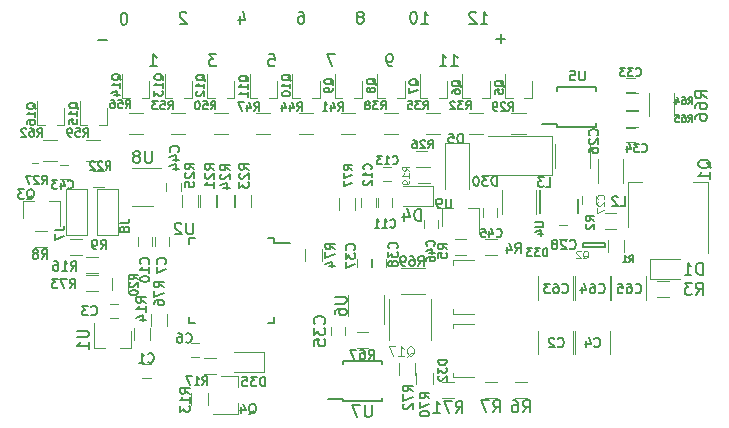
<source format=gbo>
%TF.GenerationSoftware,KiCad,Pcbnew,4.0.7*%
%TF.CreationDate,2018-05-06T22:33:30+03:00*%
%TF.ProjectId,FlexiBMS,466C657869424D532E6B696361645F70,rev?*%
%TF.FileFunction,Legend,Bot*%
%FSLAX46Y46*%
G04 Gerber Fmt 4.6, Leading zero omitted, Abs format (unit mm)*
G04 Created by KiCad (PCBNEW 4.0.7) date 05/06/18 22:33:30*
%MOMM*%
%LPD*%
G01*
G04 APERTURE LIST*
%ADD10C,0.100000*%
%ADD11C,0.200000*%
%ADD12C,0.120000*%
%ADD13C,0.150000*%
G04 APERTURE END LIST*
D10*
D11*
X180719048Y-52728571D02*
X181480953Y-52728571D01*
X181100001Y-52347619D02*
X181100001Y-53109524D01*
X147019048Y-52828571D02*
X147780953Y-52828571D01*
X179390476Y-51452381D02*
X179961905Y-51452381D01*
X179676191Y-51452381D02*
X179676191Y-50452381D01*
X179771429Y-50595238D01*
X179866667Y-50690476D01*
X179961905Y-50738095D01*
X179009524Y-50547619D02*
X178961905Y-50500000D01*
X178866667Y-50452381D01*
X178628571Y-50452381D01*
X178533333Y-50500000D01*
X178485714Y-50547619D01*
X178438095Y-50642857D01*
X178438095Y-50738095D01*
X178485714Y-50880952D01*
X179057143Y-51452381D01*
X178438095Y-51452381D01*
X176890476Y-55052381D02*
X177461905Y-55052381D01*
X177176191Y-55052381D02*
X177176191Y-54052381D01*
X177271429Y-54195238D01*
X177366667Y-54290476D01*
X177461905Y-54338095D01*
X175938095Y-55052381D02*
X176509524Y-55052381D01*
X176223810Y-55052381D02*
X176223810Y-54052381D01*
X176319048Y-54195238D01*
X176414286Y-54290476D01*
X176509524Y-54338095D01*
X174390476Y-51452381D02*
X174961905Y-51452381D01*
X174676191Y-51452381D02*
X174676191Y-50452381D01*
X174771429Y-50595238D01*
X174866667Y-50690476D01*
X174961905Y-50738095D01*
X173771429Y-50452381D02*
X173676190Y-50452381D01*
X173580952Y-50500000D01*
X173533333Y-50547619D01*
X173485714Y-50642857D01*
X173438095Y-50833333D01*
X173438095Y-51071429D01*
X173485714Y-51261905D01*
X173533333Y-51357143D01*
X173580952Y-51404762D01*
X173676190Y-51452381D01*
X173771429Y-51452381D01*
X173866667Y-51404762D01*
X173914286Y-51357143D01*
X173961905Y-51261905D01*
X174009524Y-51071429D01*
X174009524Y-50833333D01*
X173961905Y-50642857D01*
X173914286Y-50547619D01*
X173866667Y-50500000D01*
X173771429Y-50452381D01*
X171890476Y-55052381D02*
X171700000Y-55052381D01*
X171604761Y-55004762D01*
X171557142Y-54957143D01*
X171461904Y-54814286D01*
X171414285Y-54623810D01*
X171414285Y-54242857D01*
X171461904Y-54147619D01*
X171509523Y-54100000D01*
X171604761Y-54052381D01*
X171795238Y-54052381D01*
X171890476Y-54100000D01*
X171938095Y-54147619D01*
X171985714Y-54242857D01*
X171985714Y-54480952D01*
X171938095Y-54576190D01*
X171890476Y-54623810D01*
X171795238Y-54671429D01*
X171604761Y-54671429D01*
X171509523Y-54623810D01*
X171461904Y-54576190D01*
X171414285Y-54480952D01*
X169295238Y-50880952D02*
X169390476Y-50833333D01*
X169438095Y-50785714D01*
X169485714Y-50690476D01*
X169485714Y-50642857D01*
X169438095Y-50547619D01*
X169390476Y-50500000D01*
X169295238Y-50452381D01*
X169104761Y-50452381D01*
X169009523Y-50500000D01*
X168961904Y-50547619D01*
X168914285Y-50642857D01*
X168914285Y-50690476D01*
X168961904Y-50785714D01*
X169009523Y-50833333D01*
X169104761Y-50880952D01*
X169295238Y-50880952D01*
X169390476Y-50928571D01*
X169438095Y-50976190D01*
X169485714Y-51071429D01*
X169485714Y-51261905D01*
X169438095Y-51357143D01*
X169390476Y-51404762D01*
X169295238Y-51452381D01*
X169104761Y-51452381D01*
X169009523Y-51404762D01*
X168961904Y-51357143D01*
X168914285Y-51261905D01*
X168914285Y-51071429D01*
X168961904Y-50976190D01*
X169009523Y-50928571D01*
X169104761Y-50880952D01*
X167033333Y-54052381D02*
X166366666Y-54052381D01*
X166795238Y-55052381D01*
X164009523Y-50452381D02*
X164200000Y-50452381D01*
X164295238Y-50500000D01*
X164342857Y-50547619D01*
X164438095Y-50690476D01*
X164485714Y-50880952D01*
X164485714Y-51261905D01*
X164438095Y-51357143D01*
X164390476Y-51404762D01*
X164295238Y-51452381D01*
X164104761Y-51452381D01*
X164009523Y-51404762D01*
X163961904Y-51357143D01*
X163914285Y-51261905D01*
X163914285Y-51023810D01*
X163961904Y-50928571D01*
X164009523Y-50880952D01*
X164104761Y-50833333D01*
X164295238Y-50833333D01*
X164390476Y-50880952D01*
X164438095Y-50928571D01*
X164485714Y-51023810D01*
X161461904Y-54052381D02*
X161938095Y-54052381D01*
X161985714Y-54528571D01*
X161938095Y-54480952D01*
X161842857Y-54433333D01*
X161604761Y-54433333D01*
X161509523Y-54480952D01*
X161461904Y-54528571D01*
X161414285Y-54623810D01*
X161414285Y-54861905D01*
X161461904Y-54957143D01*
X161509523Y-55004762D01*
X161604761Y-55052381D01*
X161842857Y-55052381D01*
X161938095Y-55004762D01*
X161985714Y-54957143D01*
X159009523Y-50785714D02*
X159009523Y-51452381D01*
X159247619Y-50404762D02*
X159485714Y-51119048D01*
X158866666Y-51119048D01*
X157033333Y-54052381D02*
X156414285Y-54052381D01*
X156747619Y-54433333D01*
X156604761Y-54433333D01*
X156509523Y-54480952D01*
X156461904Y-54528571D01*
X156414285Y-54623810D01*
X156414285Y-54861905D01*
X156461904Y-54957143D01*
X156509523Y-55004762D01*
X156604761Y-55052381D01*
X156890476Y-55052381D01*
X156985714Y-55004762D01*
X157033333Y-54957143D01*
X154485714Y-50547619D02*
X154438095Y-50500000D01*
X154342857Y-50452381D01*
X154104761Y-50452381D01*
X154009523Y-50500000D01*
X153961904Y-50547619D01*
X153914285Y-50642857D01*
X153914285Y-50738095D01*
X153961904Y-50880952D01*
X154533333Y-51452381D01*
X153914285Y-51452381D01*
X151414285Y-55052381D02*
X151985714Y-55052381D01*
X151700000Y-55052381D02*
X151700000Y-54052381D01*
X151795238Y-54195238D01*
X151890476Y-54290476D01*
X151985714Y-54338095D01*
X149152381Y-51547619D02*
X149247620Y-51547619D01*
X149342858Y-51500000D01*
X149390477Y-51452381D01*
X149438096Y-51357143D01*
X149485715Y-51166667D01*
X149485715Y-50928571D01*
X149438096Y-50738095D01*
X149390477Y-50642857D01*
X149342858Y-50595238D01*
X149247620Y-50547619D01*
X149152381Y-50547619D01*
X149057143Y-50595238D01*
X149009524Y-50642857D01*
X148961905Y-50738095D01*
X148914286Y-50928571D01*
X148914286Y-51166667D01*
X148961905Y-51357143D01*
X149009524Y-51452381D01*
X149057143Y-51500000D01*
X149152381Y-51547619D01*
D12*
X151450000Y-80300000D02*
X150750000Y-80300000D01*
X150750000Y-81500000D02*
X151450000Y-81500000D01*
X148000000Y-76400000D02*
X148700000Y-76400000D01*
X148700000Y-75200000D02*
X148000000Y-75200000D01*
X155550000Y-78500000D02*
X154850000Y-78500000D01*
X154850000Y-79700000D02*
X155550000Y-79700000D01*
X153000000Y-70250000D02*
X153000000Y-69550000D01*
X151800000Y-69550000D02*
X151800000Y-70250000D01*
X151600000Y-70250000D02*
X151600000Y-69550000D01*
X150400000Y-69550000D02*
X150400000Y-70250000D01*
X170700000Y-66250000D02*
X170700000Y-66950000D01*
X171900000Y-66950000D02*
X171900000Y-66250000D01*
X169300000Y-66250000D02*
X169300000Y-66950000D01*
X170500000Y-66950000D02*
X170500000Y-66250000D01*
X171850000Y-63600000D02*
X171150000Y-63600000D01*
X171150000Y-64800000D02*
X171850000Y-64800000D01*
X189150000Y-66750000D02*
X189150000Y-66050000D01*
X187950000Y-66050000D02*
X187950000Y-66750000D01*
X186000000Y-69700000D02*
X186700000Y-69700000D01*
X186700000Y-68500000D02*
X186000000Y-68500000D01*
X191750000Y-57250000D02*
X192450000Y-57250000D01*
X192450000Y-56050000D02*
X191750000Y-56050000D01*
X192450000Y-60300000D02*
X191750000Y-60300000D01*
X191750000Y-61500000D02*
X192450000Y-61500000D01*
X167900000Y-77850000D02*
X167900000Y-77150000D01*
X166700000Y-77150000D02*
X166700000Y-77850000D01*
X168900000Y-71400000D02*
X168900000Y-72100000D01*
X170100000Y-72100000D02*
X170100000Y-71400000D01*
X170200000Y-71400000D02*
X170200000Y-72100000D01*
X171400000Y-72100000D02*
X171400000Y-71400000D01*
X193700000Y-73100000D02*
X193700000Y-71400000D01*
X193700000Y-71400000D02*
X196250000Y-71400000D01*
X193700000Y-73100000D02*
X196250000Y-73100000D01*
X176400000Y-61550000D02*
X178400000Y-61550000D01*
X178400000Y-61550000D02*
X178400000Y-65450000D01*
X176400000Y-61550000D02*
X176400000Y-65450000D01*
X177060000Y-81350000D02*
X177060000Y-81000000D01*
X177060000Y-77200000D02*
X177060000Y-76850000D01*
X177060000Y-76850000D02*
X178810000Y-76850000D01*
X178810000Y-81350000D02*
X177060000Y-81350000D01*
X177060000Y-76000000D02*
X177060000Y-75650000D01*
X177060000Y-71850000D02*
X177060000Y-71500000D01*
X177060000Y-71500000D02*
X178810000Y-71500000D01*
X178810000Y-76000000D02*
X177060000Y-76000000D01*
X189330000Y-62950000D02*
X189330000Y-64950000D01*
X191470000Y-64950000D02*
X191470000Y-62950000D01*
X181170000Y-65550000D02*
X181170000Y-67550000D01*
X184130000Y-67550000D02*
X184130000Y-65550000D01*
X191840000Y-64890000D02*
X193100000Y-64890000D01*
X198660000Y-64890000D02*
X197400000Y-64890000D01*
X191840000Y-68650000D02*
X191840000Y-64890000D01*
X198660000Y-70900000D02*
X198660000Y-64890000D01*
D13*
X188100000Y-70000000D02*
X189900000Y-70000000D01*
X189900000Y-70000000D02*
X189900000Y-70400000D01*
X189900000Y-70400000D02*
X188100000Y-70400000D01*
X188100000Y-70400000D02*
X188100000Y-70000000D01*
D12*
X140620000Y-66440000D02*
X141550000Y-66440000D01*
X143780000Y-66440000D02*
X142850000Y-66440000D01*
X143780000Y-66440000D02*
X143780000Y-68600000D01*
X140620000Y-66440000D02*
X140620000Y-67900000D01*
X158860000Y-81320000D02*
X158860000Y-82250000D01*
X158860000Y-84480000D02*
X158860000Y-83550000D01*
X158860000Y-84480000D02*
X156700000Y-84480000D01*
X158860000Y-81320000D02*
X157400000Y-81320000D01*
X183100000Y-57730000D02*
X183760000Y-57730000D01*
X181440000Y-57730000D02*
X182100000Y-57730000D01*
X181440000Y-57730000D02*
X181440000Y-55700000D01*
X183760000Y-56320000D02*
X183760000Y-57730000D01*
X179500000Y-57730000D02*
X180160000Y-57730000D01*
X177840000Y-57730000D02*
X178500000Y-57730000D01*
X177840000Y-57730000D02*
X177840000Y-55700000D01*
X180160000Y-56320000D02*
X180160000Y-57730000D01*
X175900000Y-57730000D02*
X176560000Y-57730000D01*
X174240000Y-57730000D02*
X174900000Y-57730000D01*
X174240000Y-57730000D02*
X174240000Y-55700000D01*
X176560000Y-56320000D02*
X176560000Y-57730000D01*
X172300000Y-57730000D02*
X172960000Y-57730000D01*
X170640000Y-57730000D02*
X171300000Y-57730000D01*
X170640000Y-57730000D02*
X170640000Y-55700000D01*
X172960000Y-56320000D02*
X172960000Y-57730000D01*
X168700000Y-57730000D02*
X169360000Y-57730000D01*
X167040000Y-57730000D02*
X167700000Y-57730000D01*
X167040000Y-57730000D02*
X167040000Y-55700000D01*
X169360000Y-56320000D02*
X169360000Y-57730000D01*
X165100000Y-57730000D02*
X165760000Y-57730000D01*
X163440000Y-57730000D02*
X164100000Y-57730000D01*
X163440000Y-57730000D02*
X163440000Y-55700000D01*
X165760000Y-56320000D02*
X165760000Y-57730000D01*
X161500000Y-57730000D02*
X162160000Y-57730000D01*
X159840000Y-57730000D02*
X160500000Y-57730000D01*
X159840000Y-57730000D02*
X159840000Y-55700000D01*
X162160000Y-56320000D02*
X162160000Y-57730000D01*
X157900000Y-57730000D02*
X158560000Y-57730000D01*
X156240000Y-57730000D02*
X156900000Y-57730000D01*
X156240000Y-57730000D02*
X156240000Y-55700000D01*
X158560000Y-56320000D02*
X158560000Y-57730000D01*
X154300000Y-57730000D02*
X154960000Y-57730000D01*
X152640000Y-57730000D02*
X153300000Y-57730000D01*
X152640000Y-57730000D02*
X152640000Y-55700000D01*
X154960000Y-56320000D02*
X154960000Y-57730000D01*
X150700000Y-57730000D02*
X151360000Y-57730000D01*
X149040000Y-57730000D02*
X149700000Y-57730000D01*
X149040000Y-57730000D02*
X149040000Y-55700000D01*
X151360000Y-56320000D02*
X151360000Y-57730000D01*
X147100000Y-60030000D02*
X147760000Y-60030000D01*
X145440000Y-60030000D02*
X146100000Y-60030000D01*
X145440000Y-60030000D02*
X145440000Y-58000000D01*
X147760000Y-58620000D02*
X147760000Y-60030000D01*
X143500000Y-60030000D02*
X144160000Y-60030000D01*
X141840000Y-60030000D02*
X142500000Y-60030000D01*
X141840000Y-60030000D02*
X141840000Y-58000000D01*
X144160000Y-58620000D02*
X144160000Y-60030000D01*
X190220000Y-69750000D02*
X190220000Y-70750000D01*
X191580000Y-70750000D02*
X191580000Y-69750000D01*
X189900000Y-68830000D02*
X190900000Y-68830000D01*
X190900000Y-67470000D02*
X189900000Y-67470000D01*
X194350000Y-74630000D02*
X195350000Y-74630000D01*
X195350000Y-73270000D02*
X194350000Y-73270000D01*
X179750000Y-71080000D02*
X180750000Y-71080000D01*
X180750000Y-69720000D02*
X179750000Y-69720000D01*
X177200000Y-71080000D02*
X178200000Y-71080000D01*
X178200000Y-69720000D02*
X177200000Y-69720000D01*
X182350000Y-83130000D02*
X183350000Y-83130000D01*
X183350000Y-81770000D02*
X182350000Y-81770000D01*
X179800000Y-83130000D02*
X180800000Y-83130000D01*
X180800000Y-81770000D02*
X179800000Y-81770000D01*
X141700000Y-70380000D02*
X142700000Y-70380000D01*
X142700000Y-69020000D02*
X141700000Y-69020000D01*
X144650000Y-71080000D02*
X145650000Y-71080000D01*
X145650000Y-69720000D02*
X144650000Y-69720000D01*
X156280000Y-83750000D02*
X156280000Y-82750000D01*
X154920000Y-82750000D02*
X154920000Y-83750000D01*
X150020000Y-77250000D02*
X150020000Y-78250000D01*
X151380000Y-78250000D02*
X151380000Y-77250000D01*
X156000000Y-81130000D02*
X157000000Y-81130000D01*
X157000000Y-79770000D02*
X156000000Y-79770000D01*
X174100000Y-64980000D02*
X175100000Y-64980000D01*
X175100000Y-63620000D02*
X174100000Y-63620000D01*
X156980000Y-67000000D02*
X156980000Y-66000000D01*
X155620000Y-66000000D02*
X155620000Y-67000000D01*
X159980000Y-67000000D02*
X159980000Y-66000000D01*
X158620000Y-66000000D02*
X158620000Y-67000000D01*
X158480000Y-67000000D02*
X158480000Y-66000000D01*
X157120000Y-66000000D02*
X157120000Y-67000000D01*
X155480000Y-67000000D02*
X155480000Y-66000000D01*
X154120000Y-66000000D02*
X154120000Y-67000000D01*
X173900000Y-63580000D02*
X174900000Y-63580000D01*
X174900000Y-62220000D02*
X173900000Y-62220000D01*
X191750000Y-58730000D02*
X192750000Y-58730000D01*
X192750000Y-57370000D02*
X191750000Y-57370000D01*
X191750000Y-60180000D02*
X192750000Y-60180000D01*
X192750000Y-58820000D02*
X191750000Y-58820000D01*
X195770000Y-59300000D02*
X195770000Y-57300000D01*
X193630000Y-57300000D02*
X193630000Y-59300000D01*
X168900000Y-78930000D02*
X169900000Y-78930000D01*
X169900000Y-77570000D02*
X168900000Y-77570000D01*
X174650000Y-72180000D02*
X172650000Y-72180000D01*
X172650000Y-74320000D02*
X174650000Y-74320000D01*
X175330000Y-82000000D02*
X175330000Y-81000000D01*
X173970000Y-81000000D02*
X173970000Y-82000000D01*
X177150000Y-81820000D02*
X176150000Y-81820000D01*
X176150000Y-83180000D02*
X177150000Y-83180000D01*
X172520000Y-80200000D02*
X172520000Y-81200000D01*
X173880000Y-81200000D02*
X173880000Y-80200000D01*
X149830000Y-78960000D02*
X148900000Y-78960000D01*
X146670000Y-78960000D02*
X147600000Y-78960000D01*
X146670000Y-78960000D02*
X146670000Y-76800000D01*
X149830000Y-78960000D02*
X149830000Y-77500000D01*
D13*
X161925000Y-69575000D02*
X161925000Y-70025000D01*
X154675000Y-69575000D02*
X154675000Y-70100000D01*
X154675000Y-76825000D02*
X154675000Y-76300000D01*
X161925000Y-76825000D02*
X161925000Y-76300000D01*
X161925000Y-69575000D02*
X161400000Y-69575000D01*
X161925000Y-76825000D02*
X161400000Y-76825000D01*
X154675000Y-76825000D02*
X155200000Y-76825000D01*
X154675000Y-69575000D02*
X155200000Y-69575000D01*
X161925000Y-70025000D02*
X163300000Y-70025000D01*
X187675000Y-66325000D02*
X187675000Y-67475000D01*
X184425000Y-65550000D02*
X184425000Y-67475000D01*
X185825000Y-60175000D02*
X185825000Y-59950000D01*
X189175000Y-60175000D02*
X189175000Y-59875000D01*
X189175000Y-56825000D02*
X189175000Y-57125000D01*
X185825000Y-56825000D02*
X185825000Y-57125000D01*
X185825000Y-60175000D02*
X189175000Y-60175000D01*
X185825000Y-56825000D02*
X189175000Y-56825000D01*
X185825000Y-59950000D02*
X184600000Y-59950000D01*
D12*
X168170000Y-76190000D02*
X168170000Y-74430000D01*
X171240000Y-74430000D02*
X171240000Y-76860000D01*
D13*
X167725000Y-83375000D02*
X167725000Y-83200000D01*
X171075000Y-83375000D02*
X171075000Y-83125000D01*
X171075000Y-80025000D02*
X171075000Y-80275000D01*
X167725000Y-80025000D02*
X167725000Y-80275000D01*
X167725000Y-83375000D02*
X171075000Y-83375000D01*
X167725000Y-80025000D02*
X171075000Y-80025000D01*
X167725000Y-83200000D02*
X166475000Y-83200000D01*
D12*
X175200000Y-78250000D02*
X175200000Y-74750000D01*
X171650000Y-78250000D02*
X171650000Y-74750000D01*
X183200000Y-59020000D02*
X182000000Y-59020000D01*
X182000000Y-60780000D02*
X183200000Y-60780000D01*
X179600000Y-59020000D02*
X178400000Y-59020000D01*
X178400000Y-60780000D02*
X179600000Y-60780000D01*
X176000000Y-59020000D02*
X174800000Y-59020000D01*
X174800000Y-60780000D02*
X176000000Y-60780000D01*
X172400000Y-59020000D02*
X171200000Y-59020000D01*
X171200000Y-60780000D02*
X172400000Y-60780000D01*
X168800000Y-59020000D02*
X167600000Y-59020000D01*
X167600000Y-60780000D02*
X168800000Y-60780000D01*
X165200000Y-59020000D02*
X164000000Y-59020000D01*
X164000000Y-60780000D02*
X165200000Y-60780000D01*
X161600000Y-59020000D02*
X160400000Y-59020000D01*
X160400000Y-60780000D02*
X161600000Y-60780000D01*
X158000000Y-59020000D02*
X156800000Y-59020000D01*
X156800000Y-60780000D02*
X158000000Y-60780000D01*
X154400000Y-59020000D02*
X153200000Y-59020000D01*
X153200000Y-60780000D02*
X154400000Y-60780000D01*
X150800000Y-59020000D02*
X149600000Y-59020000D01*
X149600000Y-60780000D02*
X150800000Y-60780000D01*
X147200000Y-61320000D02*
X146000000Y-61320000D01*
X146000000Y-63080000D02*
X147200000Y-63080000D01*
X143550000Y-61320000D02*
X142350000Y-61320000D01*
X142350000Y-63080000D02*
X143550000Y-63080000D01*
X147000000Y-71220000D02*
X146000000Y-71220000D01*
X146000000Y-72580000D02*
X147000000Y-72580000D01*
X149580000Y-74000000D02*
X149580000Y-73000000D01*
X148220000Y-73000000D02*
X148220000Y-74000000D01*
X164570000Y-70550000D02*
X164570000Y-71550000D01*
X165930000Y-71550000D02*
X165930000Y-70550000D01*
X175350000Y-65200000D02*
X175350000Y-66900000D01*
X175350000Y-66900000D02*
X172800000Y-66900000D01*
X175350000Y-65200000D02*
X172800000Y-65200000D01*
X151470000Y-76050000D02*
X151470000Y-77050000D01*
X152830000Y-77050000D02*
X152830000Y-76050000D01*
X144450000Y-63400000D02*
X143750000Y-63400000D01*
X143750000Y-64600000D02*
X144450000Y-64600000D01*
X167420000Y-66200000D02*
X167420000Y-67200000D01*
X168780000Y-67200000D02*
X168780000Y-66200000D01*
X187230000Y-77450000D02*
X187230000Y-79450000D01*
X184270000Y-79450000D02*
X184270000Y-77450000D01*
X190330000Y-77450000D02*
X190330000Y-79450000D01*
X187370000Y-79450000D02*
X187370000Y-77450000D01*
X188630000Y-61650000D02*
X188630000Y-63650000D01*
X185670000Y-63650000D02*
X185670000Y-61650000D01*
X152800000Y-64950000D02*
X152800000Y-65650000D01*
X154000000Y-65650000D02*
X154000000Y-64950000D01*
X180800000Y-67800000D02*
X180800000Y-67100000D01*
X179600000Y-67100000D02*
X179600000Y-67800000D01*
X174600000Y-68100000D02*
X174600000Y-68800000D01*
X175800000Y-68800000D02*
X175800000Y-68100000D01*
X184270000Y-74850000D02*
X184270000Y-72850000D01*
X187230000Y-72850000D02*
X187230000Y-74850000D01*
X187370000Y-74850000D02*
X187370000Y-72850000D01*
X190330000Y-72850000D02*
X190330000Y-74850000D01*
X190470000Y-74850000D02*
X190470000Y-72850000D01*
X193430000Y-72850000D02*
X193430000Y-74850000D01*
X185450000Y-60950000D02*
X185450000Y-64250000D01*
X185450000Y-64250000D02*
X180050000Y-64250000D01*
X185450000Y-60950000D02*
X180050000Y-60950000D01*
X141450000Y-63270000D02*
X141950000Y-63270000D01*
X141950000Y-64330000D02*
X141450000Y-64330000D01*
X151700000Y-66910000D02*
X149900000Y-66910000D01*
X149900000Y-63690000D02*
X152350000Y-63690000D01*
X176120000Y-67090000D02*
X177050000Y-67090000D01*
X179280000Y-67090000D02*
X178350000Y-67090000D01*
X179280000Y-67090000D02*
X179280000Y-69250000D01*
X176120000Y-67090000D02*
X176120000Y-68550000D01*
X144310000Y-69310000D02*
X144310000Y-65490000D01*
X144310000Y-65490000D02*
X146090000Y-65490000D01*
X146090000Y-65490000D02*
X146090000Y-69310000D01*
X144310000Y-69310000D02*
X146090000Y-69310000D01*
X146910000Y-69310000D02*
X146910000Y-65490000D01*
X146910000Y-65490000D02*
X148690000Y-65490000D01*
X148690000Y-65490000D02*
X148690000Y-69310000D01*
X146910000Y-69310000D02*
X148690000Y-69310000D01*
X147550000Y-63920000D02*
X146550000Y-63920000D01*
X146550000Y-65280000D02*
X147550000Y-65280000D01*
X147000000Y-72720000D02*
X146000000Y-72720000D01*
X146000000Y-74080000D02*
X147000000Y-74080000D01*
X161050000Y-79250000D02*
X161050000Y-80950000D01*
X161050000Y-80950000D02*
X158500000Y-80950000D01*
X161050000Y-79250000D02*
X158500000Y-79250000D01*
D13*
X151233333Y-80085714D02*
X151271428Y-80123810D01*
X151385714Y-80161905D01*
X151461904Y-80161905D01*
X151576190Y-80123810D01*
X151652381Y-80047619D01*
X151690476Y-79971429D01*
X151728571Y-79819048D01*
X151728571Y-79704762D01*
X151690476Y-79552381D01*
X151652381Y-79476190D01*
X151576190Y-79400000D01*
X151461904Y-79361905D01*
X151385714Y-79361905D01*
X151271428Y-79400000D01*
X151233333Y-79438095D01*
X150471428Y-80161905D02*
X150928571Y-80161905D01*
X150700000Y-80161905D02*
X150700000Y-79361905D01*
X150776190Y-79476190D01*
X150852381Y-79552381D01*
X150928571Y-79590476D01*
X146433333Y-76085714D02*
X146471428Y-76123810D01*
X146585714Y-76161905D01*
X146661904Y-76161905D01*
X146776190Y-76123810D01*
X146852381Y-76047619D01*
X146890476Y-75971429D01*
X146928571Y-75819048D01*
X146928571Y-75704762D01*
X146890476Y-75552381D01*
X146852381Y-75476190D01*
X146776190Y-75400000D01*
X146661904Y-75361905D01*
X146585714Y-75361905D01*
X146471428Y-75400000D01*
X146433333Y-75438095D01*
X146166666Y-75361905D02*
X145671428Y-75361905D01*
X145938095Y-75666667D01*
X145823809Y-75666667D01*
X145747619Y-75704762D01*
X145709523Y-75742857D01*
X145671428Y-75819048D01*
X145671428Y-76009524D01*
X145709523Y-76085714D01*
X145747619Y-76123810D01*
X145823809Y-76161905D01*
X146052381Y-76161905D01*
X146128571Y-76123810D01*
X146166666Y-76085714D01*
X154433333Y-78385714D02*
X154471428Y-78423810D01*
X154585714Y-78461905D01*
X154661904Y-78461905D01*
X154776190Y-78423810D01*
X154852381Y-78347619D01*
X154890476Y-78271429D01*
X154928571Y-78119048D01*
X154928571Y-78004762D01*
X154890476Y-77852381D01*
X154852381Y-77776190D01*
X154776190Y-77700000D01*
X154661904Y-77661905D01*
X154585714Y-77661905D01*
X154471428Y-77700000D01*
X154433333Y-77738095D01*
X153747619Y-77661905D02*
X153900000Y-77661905D01*
X153976190Y-77700000D01*
X154014285Y-77738095D01*
X154090476Y-77852381D01*
X154128571Y-78004762D01*
X154128571Y-78309524D01*
X154090476Y-78385714D01*
X154052381Y-78423810D01*
X153976190Y-78461905D01*
X153823809Y-78461905D01*
X153747619Y-78423810D01*
X153709523Y-78385714D01*
X153671428Y-78309524D01*
X153671428Y-78119048D01*
X153709523Y-78042857D01*
X153747619Y-78004762D01*
X153823809Y-77966667D01*
X153976190Y-77966667D01*
X154052381Y-78004762D01*
X154090476Y-78042857D01*
X154128571Y-78119048D01*
X152685714Y-71766667D02*
X152723810Y-71728572D01*
X152761905Y-71614286D01*
X152761905Y-71538096D01*
X152723810Y-71423810D01*
X152647619Y-71347619D01*
X152571429Y-71309524D01*
X152419048Y-71271429D01*
X152304762Y-71271429D01*
X152152381Y-71309524D01*
X152076190Y-71347619D01*
X152000000Y-71423810D01*
X151961905Y-71538096D01*
X151961905Y-71614286D01*
X152000000Y-71728572D01*
X152038095Y-71766667D01*
X151961905Y-72033334D02*
X151961905Y-72566667D01*
X152761905Y-72223810D01*
X151285714Y-71785714D02*
X151323810Y-71747619D01*
X151361905Y-71633333D01*
X151361905Y-71557143D01*
X151323810Y-71442857D01*
X151247619Y-71366666D01*
X151171429Y-71328571D01*
X151019048Y-71290476D01*
X150904762Y-71290476D01*
X150752381Y-71328571D01*
X150676190Y-71366666D01*
X150600000Y-71442857D01*
X150561905Y-71557143D01*
X150561905Y-71633333D01*
X150600000Y-71747619D01*
X150638095Y-71785714D01*
X151361905Y-72547619D02*
X151361905Y-72090476D01*
X151361905Y-72319047D02*
X150561905Y-72319047D01*
X150676190Y-72242857D01*
X150752381Y-72166666D01*
X150790476Y-72090476D01*
X150561905Y-73042857D02*
X150561905Y-73119048D01*
X150600000Y-73195238D01*
X150638095Y-73233333D01*
X150714286Y-73271429D01*
X150866667Y-73309524D01*
X151057143Y-73309524D01*
X151209524Y-73271429D01*
X151285714Y-73233333D01*
X151323810Y-73195238D01*
X151361905Y-73119048D01*
X151361905Y-73042857D01*
X151323810Y-72966667D01*
X151285714Y-72928571D01*
X151209524Y-72890476D01*
X151057143Y-72852381D01*
X150866667Y-72852381D01*
X150714286Y-72890476D01*
X150638095Y-72928571D01*
X150600000Y-72966667D01*
X150561905Y-73042857D01*
X171750000Y-68650000D02*
X171783334Y-68683333D01*
X171883334Y-68716667D01*
X171950000Y-68716667D01*
X172050000Y-68683333D01*
X172116667Y-68616667D01*
X172150000Y-68550000D01*
X172183334Y-68416667D01*
X172183334Y-68316667D01*
X172150000Y-68183333D01*
X172116667Y-68116667D01*
X172050000Y-68050000D01*
X171950000Y-68016667D01*
X171883334Y-68016667D01*
X171783334Y-68050000D01*
X171750000Y-68083333D01*
X171083334Y-68716667D02*
X171483334Y-68716667D01*
X171283334Y-68716667D02*
X171283334Y-68016667D01*
X171350000Y-68116667D01*
X171416667Y-68183333D01*
X171483334Y-68216667D01*
X170416667Y-68716667D02*
X170816667Y-68716667D01*
X170616667Y-68716667D02*
X170616667Y-68016667D01*
X170683333Y-68116667D01*
X170750000Y-68183333D01*
X170816667Y-68216667D01*
X170100000Y-63800000D02*
X170133333Y-63766666D01*
X170166667Y-63666666D01*
X170166667Y-63600000D01*
X170133333Y-63500000D01*
X170066667Y-63433333D01*
X170000000Y-63400000D01*
X169866667Y-63366666D01*
X169766667Y-63366666D01*
X169633333Y-63400000D01*
X169566667Y-63433333D01*
X169500000Y-63500000D01*
X169466667Y-63600000D01*
X169466667Y-63666666D01*
X169500000Y-63766666D01*
X169533333Y-63800000D01*
X170166667Y-64466666D02*
X170166667Y-64066666D01*
X170166667Y-64266666D02*
X169466667Y-64266666D01*
X169566667Y-64200000D01*
X169633333Y-64133333D01*
X169666667Y-64066666D01*
X169533333Y-64733333D02*
X169500000Y-64766667D01*
X169466667Y-64833333D01*
X169466667Y-65000000D01*
X169500000Y-65066667D01*
X169533333Y-65100000D01*
X169600000Y-65133333D01*
X169666667Y-65133333D01*
X169766667Y-65100000D01*
X170166667Y-64700000D01*
X170166667Y-65133333D01*
X171950000Y-63300000D02*
X171983334Y-63333333D01*
X172083334Y-63366667D01*
X172150000Y-63366667D01*
X172250000Y-63333333D01*
X172316667Y-63266667D01*
X172350000Y-63200000D01*
X172383334Y-63066667D01*
X172383334Y-62966667D01*
X172350000Y-62833333D01*
X172316667Y-62766667D01*
X172250000Y-62700000D01*
X172150000Y-62666667D01*
X172083334Y-62666667D01*
X171983334Y-62700000D01*
X171950000Y-62733333D01*
X171283334Y-63366667D02*
X171683334Y-63366667D01*
X171483334Y-63366667D02*
X171483334Y-62666667D01*
X171550000Y-62766667D01*
X171616667Y-62833333D01*
X171683334Y-62866667D01*
X171050000Y-62666667D02*
X170616667Y-62666667D01*
X170850000Y-62933333D01*
X170750000Y-62933333D01*
X170683333Y-62966667D01*
X170650000Y-63000000D01*
X170616667Y-63066667D01*
X170616667Y-63233333D01*
X170650000Y-63300000D01*
X170683333Y-63333333D01*
X170750000Y-63366667D01*
X170950000Y-63366667D01*
X171016667Y-63333333D01*
X171050000Y-63300000D01*
D10*
X189814286Y-66314285D02*
X189842857Y-66285714D01*
X189871429Y-66200000D01*
X189871429Y-66142857D01*
X189842857Y-66057142D01*
X189785714Y-66000000D01*
X189728571Y-65971428D01*
X189614286Y-65942857D01*
X189528571Y-65942857D01*
X189414286Y-65971428D01*
X189357143Y-66000000D01*
X189300000Y-66057142D01*
X189271429Y-66142857D01*
X189271429Y-66200000D01*
X189300000Y-66285714D01*
X189328571Y-66314285D01*
X189328571Y-66542857D02*
X189300000Y-66571428D01*
X189271429Y-66628571D01*
X189271429Y-66771428D01*
X189300000Y-66828571D01*
X189328571Y-66857142D01*
X189385714Y-66885714D01*
X189442857Y-66885714D01*
X189528571Y-66857142D01*
X189871429Y-66514285D01*
X189871429Y-66885714D01*
X189271429Y-67085714D02*
X189271429Y-67485714D01*
X189871429Y-67228571D01*
D13*
X186964286Y-70485714D02*
X187002381Y-70523810D01*
X187116667Y-70561905D01*
X187192857Y-70561905D01*
X187307143Y-70523810D01*
X187383334Y-70447619D01*
X187421429Y-70371429D01*
X187459524Y-70219048D01*
X187459524Y-70104762D01*
X187421429Y-69952381D01*
X187383334Y-69876190D01*
X187307143Y-69800000D01*
X187192857Y-69761905D01*
X187116667Y-69761905D01*
X187002381Y-69800000D01*
X186964286Y-69838095D01*
X186659524Y-69838095D02*
X186621429Y-69800000D01*
X186545238Y-69761905D01*
X186354762Y-69761905D01*
X186278572Y-69800000D01*
X186240476Y-69838095D01*
X186202381Y-69914286D01*
X186202381Y-69990476D01*
X186240476Y-70104762D01*
X186697619Y-70561905D01*
X186202381Y-70561905D01*
X185745238Y-70104762D02*
X185821429Y-70066667D01*
X185859524Y-70028571D01*
X185897619Y-69952381D01*
X185897619Y-69914286D01*
X185859524Y-69838095D01*
X185821429Y-69800000D01*
X185745238Y-69761905D01*
X185592857Y-69761905D01*
X185516667Y-69800000D01*
X185478571Y-69838095D01*
X185440476Y-69914286D01*
X185440476Y-69952381D01*
X185478571Y-70028571D01*
X185516667Y-70066667D01*
X185592857Y-70104762D01*
X185745238Y-70104762D01*
X185821429Y-70142857D01*
X185859524Y-70180952D01*
X185897619Y-70257143D01*
X185897619Y-70409524D01*
X185859524Y-70485714D01*
X185821429Y-70523810D01*
X185745238Y-70561905D01*
X185592857Y-70561905D01*
X185516667Y-70523810D01*
X185478571Y-70485714D01*
X185440476Y-70409524D01*
X185440476Y-70257143D01*
X185478571Y-70180952D01*
X185516667Y-70142857D01*
X185592857Y-70104762D01*
X192550000Y-55850000D02*
X192583334Y-55883333D01*
X192683334Y-55916667D01*
X192750000Y-55916667D01*
X192850000Y-55883333D01*
X192916667Y-55816667D01*
X192950000Y-55750000D01*
X192983334Y-55616667D01*
X192983334Y-55516667D01*
X192950000Y-55383333D01*
X192916667Y-55316667D01*
X192850000Y-55250000D01*
X192750000Y-55216667D01*
X192683334Y-55216667D01*
X192583334Y-55250000D01*
X192550000Y-55283333D01*
X192316667Y-55216667D02*
X191883334Y-55216667D01*
X192116667Y-55483333D01*
X192016667Y-55483333D01*
X191950000Y-55516667D01*
X191916667Y-55550000D01*
X191883334Y-55616667D01*
X191883334Y-55783333D01*
X191916667Y-55850000D01*
X191950000Y-55883333D01*
X192016667Y-55916667D01*
X192216667Y-55916667D01*
X192283334Y-55883333D01*
X192316667Y-55850000D01*
X191650000Y-55216667D02*
X191216667Y-55216667D01*
X191450000Y-55483333D01*
X191350000Y-55483333D01*
X191283333Y-55516667D01*
X191250000Y-55550000D01*
X191216667Y-55616667D01*
X191216667Y-55783333D01*
X191250000Y-55850000D01*
X191283333Y-55883333D01*
X191350000Y-55916667D01*
X191550000Y-55916667D01*
X191616667Y-55883333D01*
X191650000Y-55850000D01*
X193050000Y-62250000D02*
X193083334Y-62283333D01*
X193183334Y-62316667D01*
X193250000Y-62316667D01*
X193350000Y-62283333D01*
X193416667Y-62216667D01*
X193450000Y-62150000D01*
X193483334Y-62016667D01*
X193483334Y-61916667D01*
X193450000Y-61783333D01*
X193416667Y-61716667D01*
X193350000Y-61650000D01*
X193250000Y-61616667D01*
X193183334Y-61616667D01*
X193083334Y-61650000D01*
X193050000Y-61683333D01*
X192816667Y-61616667D02*
X192383334Y-61616667D01*
X192616667Y-61883333D01*
X192516667Y-61883333D01*
X192450000Y-61916667D01*
X192416667Y-61950000D01*
X192383334Y-62016667D01*
X192383334Y-62183333D01*
X192416667Y-62250000D01*
X192450000Y-62283333D01*
X192516667Y-62316667D01*
X192716667Y-62316667D01*
X192783334Y-62283333D01*
X192816667Y-62250000D01*
X191783333Y-61850000D02*
X191783333Y-62316667D01*
X191950000Y-61583333D02*
X192116667Y-62083333D01*
X191683333Y-62083333D01*
X166157143Y-76857143D02*
X166204762Y-76809524D01*
X166252381Y-76666667D01*
X166252381Y-76571429D01*
X166204762Y-76428571D01*
X166109524Y-76333333D01*
X166014286Y-76285714D01*
X165823810Y-76238095D01*
X165680952Y-76238095D01*
X165490476Y-76285714D01*
X165395238Y-76333333D01*
X165300000Y-76428571D01*
X165252381Y-76571429D01*
X165252381Y-76666667D01*
X165300000Y-76809524D01*
X165347619Y-76857143D01*
X165252381Y-77190476D02*
X165252381Y-77809524D01*
X165633333Y-77476190D01*
X165633333Y-77619048D01*
X165680952Y-77714286D01*
X165728571Y-77761905D01*
X165823810Y-77809524D01*
X166061905Y-77809524D01*
X166157143Y-77761905D01*
X166204762Y-77714286D01*
X166252381Y-77619048D01*
X166252381Y-77333333D01*
X166204762Y-77238095D01*
X166157143Y-77190476D01*
X165252381Y-78714286D02*
X165252381Y-78238095D01*
X165728571Y-78190476D01*
X165680952Y-78238095D01*
X165633333Y-78333333D01*
X165633333Y-78571429D01*
X165680952Y-78666667D01*
X165728571Y-78714286D01*
X165823810Y-78761905D01*
X166061905Y-78761905D01*
X166157143Y-78714286D01*
X166204762Y-78666667D01*
X166252381Y-78571429D01*
X166252381Y-78333333D01*
X166204762Y-78238095D01*
X166157143Y-78190476D01*
X168685714Y-70585714D02*
X168723810Y-70547619D01*
X168761905Y-70433333D01*
X168761905Y-70357143D01*
X168723810Y-70242857D01*
X168647619Y-70166666D01*
X168571429Y-70128571D01*
X168419048Y-70090476D01*
X168304762Y-70090476D01*
X168152381Y-70128571D01*
X168076190Y-70166666D01*
X168000000Y-70242857D01*
X167961905Y-70357143D01*
X167961905Y-70433333D01*
X168000000Y-70547619D01*
X168038095Y-70585714D01*
X167961905Y-70852381D02*
X167961905Y-71347619D01*
X168266667Y-71080952D01*
X168266667Y-71195238D01*
X168304762Y-71271428D01*
X168342857Y-71309524D01*
X168419048Y-71347619D01*
X168609524Y-71347619D01*
X168685714Y-71309524D01*
X168723810Y-71271428D01*
X168761905Y-71195238D01*
X168761905Y-70966666D01*
X168723810Y-70890476D01*
X168685714Y-70852381D01*
X167961905Y-71614286D02*
X167961905Y-72147619D01*
X168761905Y-71804762D01*
X172285714Y-70485714D02*
X172323810Y-70447619D01*
X172361905Y-70333333D01*
X172361905Y-70257143D01*
X172323810Y-70142857D01*
X172247619Y-70066666D01*
X172171429Y-70028571D01*
X172019048Y-69990476D01*
X171904762Y-69990476D01*
X171752381Y-70028571D01*
X171676190Y-70066666D01*
X171600000Y-70142857D01*
X171561905Y-70257143D01*
X171561905Y-70333333D01*
X171600000Y-70447619D01*
X171638095Y-70485714D01*
X171561905Y-70752381D02*
X171561905Y-71247619D01*
X171866667Y-70980952D01*
X171866667Y-71095238D01*
X171904762Y-71171428D01*
X171942857Y-71209524D01*
X172019048Y-71247619D01*
X172209524Y-71247619D01*
X172285714Y-71209524D01*
X172323810Y-71171428D01*
X172361905Y-71095238D01*
X172361905Y-70866666D01*
X172323810Y-70790476D01*
X172285714Y-70752381D01*
X171904762Y-71704762D02*
X171866667Y-71628571D01*
X171828571Y-71590476D01*
X171752381Y-71552381D01*
X171714286Y-71552381D01*
X171638095Y-71590476D01*
X171600000Y-71628571D01*
X171561905Y-71704762D01*
X171561905Y-71857143D01*
X171600000Y-71933333D01*
X171638095Y-71971429D01*
X171714286Y-72009524D01*
X171752381Y-72009524D01*
X171828571Y-71971429D01*
X171866667Y-71933333D01*
X171904762Y-71857143D01*
X171904762Y-71704762D01*
X171942857Y-71628571D01*
X171980952Y-71590476D01*
X172057143Y-71552381D01*
X172209524Y-71552381D01*
X172285714Y-71590476D01*
X172323810Y-71628571D01*
X172361905Y-71704762D01*
X172361905Y-71857143D01*
X172323810Y-71933333D01*
X172285714Y-71971429D01*
X172209524Y-72009524D01*
X172057143Y-72009524D01*
X171980952Y-71971429D01*
X171942857Y-71933333D01*
X171904762Y-71857143D01*
X198188095Y-72702381D02*
X198188095Y-71702381D01*
X197950000Y-71702381D01*
X197807142Y-71750000D01*
X197711904Y-71845238D01*
X197664285Y-71940476D01*
X197616666Y-72130952D01*
X197616666Y-72273810D01*
X197664285Y-72464286D01*
X197711904Y-72559524D01*
X197807142Y-72654762D01*
X197950000Y-72702381D01*
X198188095Y-72702381D01*
X196664285Y-72702381D02*
X197235714Y-72702381D01*
X196950000Y-72702381D02*
X196950000Y-71702381D01*
X197045238Y-71845238D01*
X197140476Y-71940476D01*
X197235714Y-71988095D01*
X177890476Y-61561905D02*
X177890476Y-60761905D01*
X177700000Y-60761905D01*
X177585714Y-60800000D01*
X177509523Y-60876190D01*
X177471428Y-60952381D01*
X177433333Y-61104762D01*
X177433333Y-61219048D01*
X177471428Y-61371429D01*
X177509523Y-61447619D01*
X177585714Y-61523810D01*
X177700000Y-61561905D01*
X177890476Y-61561905D01*
X176709523Y-60761905D02*
X177090476Y-60761905D01*
X177128571Y-61142857D01*
X177090476Y-61104762D01*
X177014285Y-61066667D01*
X176823809Y-61066667D01*
X176747619Y-61104762D01*
X176709523Y-61142857D01*
X176671428Y-61219048D01*
X176671428Y-61409524D01*
X176709523Y-61485714D01*
X176747619Y-61523810D01*
X176823809Y-61561905D01*
X177014285Y-61561905D01*
X177090476Y-61523810D01*
X177128571Y-61485714D01*
X176516667Y-79950000D02*
X175816667Y-79950000D01*
X175816667Y-80116666D01*
X175850000Y-80216666D01*
X175916667Y-80283333D01*
X175983333Y-80316666D01*
X176116667Y-80350000D01*
X176216667Y-80350000D01*
X176350000Y-80316666D01*
X176416667Y-80283333D01*
X176483333Y-80216666D01*
X176516667Y-80116666D01*
X176516667Y-79950000D01*
X175816667Y-80583333D02*
X175816667Y-81016666D01*
X176083333Y-80783333D01*
X176083333Y-80883333D01*
X176116667Y-80950000D01*
X176150000Y-80983333D01*
X176216667Y-81016666D01*
X176383333Y-81016666D01*
X176450000Y-80983333D01*
X176483333Y-80950000D01*
X176516667Y-80883333D01*
X176516667Y-80683333D01*
X176483333Y-80616666D01*
X176450000Y-80583333D01*
X175883333Y-81283333D02*
X175850000Y-81316667D01*
X175816667Y-81383333D01*
X175816667Y-81550000D01*
X175850000Y-81616667D01*
X175883333Y-81650000D01*
X175950000Y-81683333D01*
X176016667Y-81683333D01*
X176116667Y-81650000D01*
X176516667Y-81250000D01*
X176516667Y-81683333D01*
X185050000Y-71166667D02*
X185050000Y-70466667D01*
X184883334Y-70466667D01*
X184783334Y-70500000D01*
X184716667Y-70566667D01*
X184683334Y-70633333D01*
X184650000Y-70766667D01*
X184650000Y-70866667D01*
X184683334Y-71000000D01*
X184716667Y-71066667D01*
X184783334Y-71133333D01*
X184883334Y-71166667D01*
X185050000Y-71166667D01*
X184416667Y-70466667D02*
X183983334Y-70466667D01*
X184216667Y-70733333D01*
X184116667Y-70733333D01*
X184050000Y-70766667D01*
X184016667Y-70800000D01*
X183983334Y-70866667D01*
X183983334Y-71033333D01*
X184016667Y-71100000D01*
X184050000Y-71133333D01*
X184116667Y-71166667D01*
X184316667Y-71166667D01*
X184383334Y-71133333D01*
X184416667Y-71100000D01*
X183750000Y-70466667D02*
X183316667Y-70466667D01*
X183550000Y-70733333D01*
X183450000Y-70733333D01*
X183383333Y-70766667D01*
X183350000Y-70800000D01*
X183316667Y-70866667D01*
X183316667Y-71033333D01*
X183350000Y-71100000D01*
X183383333Y-71133333D01*
X183450000Y-71166667D01*
X183650000Y-71166667D01*
X183716667Y-71133333D01*
X183750000Y-71100000D01*
X191233333Y-66861905D02*
X191614286Y-66861905D01*
X191614286Y-66061905D01*
X191004762Y-66138095D02*
X190966667Y-66100000D01*
X190890476Y-66061905D01*
X190700000Y-66061905D01*
X190623810Y-66100000D01*
X190585714Y-66138095D01*
X190547619Y-66214286D01*
X190547619Y-66290476D01*
X190585714Y-66404762D01*
X191042857Y-66861905D01*
X190547619Y-66861905D01*
X184933333Y-65261905D02*
X185314286Y-65261905D01*
X185314286Y-64461905D01*
X184742857Y-64461905D02*
X184247619Y-64461905D01*
X184514286Y-64766667D01*
X184400000Y-64766667D01*
X184323810Y-64804762D01*
X184285714Y-64842857D01*
X184247619Y-64919048D01*
X184247619Y-65109524D01*
X184285714Y-65185714D01*
X184323810Y-65223810D01*
X184400000Y-65261905D01*
X184628572Y-65261905D01*
X184704762Y-65223810D01*
X184742857Y-65185714D01*
X198897619Y-63704762D02*
X198850000Y-63609524D01*
X198754762Y-63514286D01*
X198611905Y-63371429D01*
X198564286Y-63276190D01*
X198564286Y-63180952D01*
X198802381Y-63228571D02*
X198754762Y-63133333D01*
X198659524Y-63038095D01*
X198469048Y-62990476D01*
X198135714Y-62990476D01*
X197945238Y-63038095D01*
X197850000Y-63133333D01*
X197802381Y-63228571D01*
X197802381Y-63419048D01*
X197850000Y-63514286D01*
X197945238Y-63609524D01*
X198135714Y-63657143D01*
X198469048Y-63657143D01*
X198659524Y-63609524D01*
X198754762Y-63514286D01*
X198802381Y-63419048D01*
X198802381Y-63228571D01*
X198802381Y-64609524D02*
X198802381Y-64038095D01*
X198802381Y-64323809D02*
X197802381Y-64323809D01*
X197945238Y-64228571D01*
X198040476Y-64133333D01*
X198088095Y-64038095D01*
D10*
X188057143Y-71328571D02*
X188114286Y-71300000D01*
X188171429Y-71242857D01*
X188257143Y-71157143D01*
X188314286Y-71128571D01*
X188371429Y-71128571D01*
X188342857Y-71271429D02*
X188400000Y-71242857D01*
X188457143Y-71185714D01*
X188485714Y-71071429D01*
X188485714Y-70871429D01*
X188457143Y-70757143D01*
X188400000Y-70700000D01*
X188342857Y-70671429D01*
X188228571Y-70671429D01*
X188171429Y-70700000D01*
X188114286Y-70757143D01*
X188085714Y-70871429D01*
X188085714Y-71071429D01*
X188114286Y-71185714D01*
X188171429Y-71242857D01*
X188228571Y-71271429D01*
X188342857Y-71271429D01*
X187857143Y-70728571D02*
X187828572Y-70700000D01*
X187771429Y-70671429D01*
X187628572Y-70671429D01*
X187571429Y-70700000D01*
X187542858Y-70728571D01*
X187514286Y-70785714D01*
X187514286Y-70842857D01*
X187542858Y-70928571D01*
X187885715Y-71271429D01*
X187514286Y-71271429D01*
D13*
X140976190Y-66338095D02*
X141052381Y-66300000D01*
X141128571Y-66223810D01*
X141242857Y-66109524D01*
X141319048Y-66071429D01*
X141395238Y-66071429D01*
X141357143Y-66261905D02*
X141433333Y-66223810D01*
X141509524Y-66147619D01*
X141547619Y-65995238D01*
X141547619Y-65728571D01*
X141509524Y-65576190D01*
X141433333Y-65500000D01*
X141357143Y-65461905D01*
X141204762Y-65461905D01*
X141128571Y-65500000D01*
X141052381Y-65576190D01*
X141014286Y-65728571D01*
X141014286Y-65995238D01*
X141052381Y-66147619D01*
X141128571Y-66223810D01*
X141204762Y-66261905D01*
X141357143Y-66261905D01*
X140747619Y-65461905D02*
X140252381Y-65461905D01*
X140519048Y-65766667D01*
X140404762Y-65766667D01*
X140328572Y-65804762D01*
X140290476Y-65842857D01*
X140252381Y-65919048D01*
X140252381Y-66109524D01*
X140290476Y-66185714D01*
X140328572Y-66223810D01*
X140404762Y-66261905D01*
X140633334Y-66261905D01*
X140709524Y-66223810D01*
X140747619Y-66185714D01*
X159776190Y-84538095D02*
X159852381Y-84500000D01*
X159928571Y-84423810D01*
X160042857Y-84309524D01*
X160119048Y-84271429D01*
X160195238Y-84271429D01*
X160157143Y-84461905D02*
X160233333Y-84423810D01*
X160309524Y-84347619D01*
X160347619Y-84195238D01*
X160347619Y-83928571D01*
X160309524Y-83776190D01*
X160233333Y-83700000D01*
X160157143Y-83661905D01*
X160004762Y-83661905D01*
X159928571Y-83700000D01*
X159852381Y-83776190D01*
X159814286Y-83928571D01*
X159814286Y-84195238D01*
X159852381Y-84347619D01*
X159928571Y-84423810D01*
X160004762Y-84461905D01*
X160157143Y-84461905D01*
X159128572Y-83928571D02*
X159128572Y-84461905D01*
X159319048Y-83623810D02*
X159509524Y-84195238D01*
X159014286Y-84195238D01*
X181383333Y-56783333D02*
X181350000Y-56716667D01*
X181283333Y-56650000D01*
X181183333Y-56550000D01*
X181150000Y-56483333D01*
X181150000Y-56416667D01*
X181316667Y-56450000D02*
X181283333Y-56383333D01*
X181216667Y-56316667D01*
X181083333Y-56283333D01*
X180850000Y-56283333D01*
X180716667Y-56316667D01*
X180650000Y-56383333D01*
X180616667Y-56450000D01*
X180616667Y-56583333D01*
X180650000Y-56650000D01*
X180716667Y-56716667D01*
X180850000Y-56750000D01*
X181083333Y-56750000D01*
X181216667Y-56716667D01*
X181283333Y-56650000D01*
X181316667Y-56583333D01*
X181316667Y-56450000D01*
X180616667Y-57383333D02*
X180616667Y-57050000D01*
X180950000Y-57016666D01*
X180916667Y-57050000D01*
X180883333Y-57116666D01*
X180883333Y-57283333D01*
X180916667Y-57350000D01*
X180950000Y-57383333D01*
X181016667Y-57416666D01*
X181183333Y-57416666D01*
X181250000Y-57383333D01*
X181283333Y-57350000D01*
X181316667Y-57283333D01*
X181316667Y-57116666D01*
X181283333Y-57050000D01*
X181250000Y-57016666D01*
X177733333Y-56783333D02*
X177700000Y-56716667D01*
X177633333Y-56650000D01*
X177533333Y-56550000D01*
X177500000Y-56483333D01*
X177500000Y-56416667D01*
X177666667Y-56450000D02*
X177633333Y-56383333D01*
X177566667Y-56316667D01*
X177433333Y-56283333D01*
X177200000Y-56283333D01*
X177066667Y-56316667D01*
X177000000Y-56383333D01*
X176966667Y-56450000D01*
X176966667Y-56583333D01*
X177000000Y-56650000D01*
X177066667Y-56716667D01*
X177200000Y-56750000D01*
X177433333Y-56750000D01*
X177566667Y-56716667D01*
X177633333Y-56650000D01*
X177666667Y-56583333D01*
X177666667Y-56450000D01*
X176966667Y-57350000D02*
X176966667Y-57216666D01*
X177000000Y-57150000D01*
X177033333Y-57116666D01*
X177133333Y-57050000D01*
X177266667Y-57016666D01*
X177533333Y-57016666D01*
X177600000Y-57050000D01*
X177633333Y-57083333D01*
X177666667Y-57150000D01*
X177666667Y-57283333D01*
X177633333Y-57350000D01*
X177600000Y-57383333D01*
X177533333Y-57416666D01*
X177366667Y-57416666D01*
X177300000Y-57383333D01*
X177266667Y-57350000D01*
X177233333Y-57283333D01*
X177233333Y-57150000D01*
X177266667Y-57083333D01*
X177300000Y-57050000D01*
X177366667Y-57016666D01*
X174133333Y-56683333D02*
X174100000Y-56616667D01*
X174033333Y-56550000D01*
X173933333Y-56450000D01*
X173900000Y-56383333D01*
X173900000Y-56316667D01*
X174066667Y-56350000D02*
X174033333Y-56283333D01*
X173966667Y-56216667D01*
X173833333Y-56183333D01*
X173600000Y-56183333D01*
X173466667Y-56216667D01*
X173400000Y-56283333D01*
X173366667Y-56350000D01*
X173366667Y-56483333D01*
X173400000Y-56550000D01*
X173466667Y-56616667D01*
X173600000Y-56650000D01*
X173833333Y-56650000D01*
X173966667Y-56616667D01*
X174033333Y-56550000D01*
X174066667Y-56483333D01*
X174066667Y-56350000D01*
X173366667Y-56883333D02*
X173366667Y-57350000D01*
X174066667Y-57050000D01*
X170533333Y-56633333D02*
X170500000Y-56566667D01*
X170433333Y-56500000D01*
X170333333Y-56400000D01*
X170300000Y-56333333D01*
X170300000Y-56266667D01*
X170466667Y-56300000D02*
X170433333Y-56233333D01*
X170366667Y-56166667D01*
X170233333Y-56133333D01*
X170000000Y-56133333D01*
X169866667Y-56166667D01*
X169800000Y-56233333D01*
X169766667Y-56300000D01*
X169766667Y-56433333D01*
X169800000Y-56500000D01*
X169866667Y-56566667D01*
X170000000Y-56600000D01*
X170233333Y-56600000D01*
X170366667Y-56566667D01*
X170433333Y-56500000D01*
X170466667Y-56433333D01*
X170466667Y-56300000D01*
X170066667Y-57000000D02*
X170033333Y-56933333D01*
X170000000Y-56900000D01*
X169933333Y-56866666D01*
X169900000Y-56866666D01*
X169833333Y-56900000D01*
X169800000Y-56933333D01*
X169766667Y-57000000D01*
X169766667Y-57133333D01*
X169800000Y-57200000D01*
X169833333Y-57233333D01*
X169900000Y-57266666D01*
X169933333Y-57266666D01*
X170000000Y-57233333D01*
X170033333Y-57200000D01*
X170066667Y-57133333D01*
X170066667Y-57000000D01*
X170100000Y-56933333D01*
X170133333Y-56900000D01*
X170200000Y-56866666D01*
X170333333Y-56866666D01*
X170400000Y-56900000D01*
X170433333Y-56933333D01*
X170466667Y-57000000D01*
X170466667Y-57133333D01*
X170433333Y-57200000D01*
X170400000Y-57233333D01*
X170333333Y-57266666D01*
X170200000Y-57266666D01*
X170133333Y-57233333D01*
X170100000Y-57200000D01*
X170066667Y-57133333D01*
X166933333Y-56633333D02*
X166900000Y-56566667D01*
X166833333Y-56500000D01*
X166733333Y-56400000D01*
X166700000Y-56333333D01*
X166700000Y-56266667D01*
X166866667Y-56300000D02*
X166833333Y-56233333D01*
X166766667Y-56166667D01*
X166633333Y-56133333D01*
X166400000Y-56133333D01*
X166266667Y-56166667D01*
X166200000Y-56233333D01*
X166166667Y-56300000D01*
X166166667Y-56433333D01*
X166200000Y-56500000D01*
X166266667Y-56566667D01*
X166400000Y-56600000D01*
X166633333Y-56600000D01*
X166766667Y-56566667D01*
X166833333Y-56500000D01*
X166866667Y-56433333D01*
X166866667Y-56300000D01*
X166866667Y-56933333D02*
X166866667Y-57066666D01*
X166833333Y-57133333D01*
X166800000Y-57166666D01*
X166700000Y-57233333D01*
X166566667Y-57266666D01*
X166300000Y-57266666D01*
X166233333Y-57233333D01*
X166200000Y-57200000D01*
X166166667Y-57133333D01*
X166166667Y-57000000D01*
X166200000Y-56933333D01*
X166233333Y-56900000D01*
X166300000Y-56866666D01*
X166466667Y-56866666D01*
X166533333Y-56900000D01*
X166566667Y-56933333D01*
X166600000Y-57000000D01*
X166600000Y-57133333D01*
X166566667Y-57200000D01*
X166533333Y-57233333D01*
X166466667Y-57266666D01*
X163333333Y-56300000D02*
X163300000Y-56233334D01*
X163233333Y-56166667D01*
X163133333Y-56066667D01*
X163100000Y-56000000D01*
X163100000Y-55933334D01*
X163266667Y-55966667D02*
X163233333Y-55900000D01*
X163166667Y-55833334D01*
X163033333Y-55800000D01*
X162800000Y-55800000D01*
X162666667Y-55833334D01*
X162600000Y-55900000D01*
X162566667Y-55966667D01*
X162566667Y-56100000D01*
X162600000Y-56166667D01*
X162666667Y-56233334D01*
X162800000Y-56266667D01*
X163033333Y-56266667D01*
X163166667Y-56233334D01*
X163233333Y-56166667D01*
X163266667Y-56100000D01*
X163266667Y-55966667D01*
X163266667Y-56933333D02*
X163266667Y-56533333D01*
X163266667Y-56733333D02*
X162566667Y-56733333D01*
X162666667Y-56666667D01*
X162733333Y-56600000D01*
X162766667Y-56533333D01*
X162566667Y-57366667D02*
X162566667Y-57433334D01*
X162600000Y-57500000D01*
X162633333Y-57533334D01*
X162700000Y-57566667D01*
X162833333Y-57600000D01*
X163000000Y-57600000D01*
X163133333Y-57566667D01*
X163200000Y-57533334D01*
X163233333Y-57500000D01*
X163266667Y-57433334D01*
X163266667Y-57366667D01*
X163233333Y-57300000D01*
X163200000Y-57266667D01*
X163133333Y-57233334D01*
X163000000Y-57200000D01*
X162833333Y-57200000D01*
X162700000Y-57233334D01*
X162633333Y-57266667D01*
X162600000Y-57300000D01*
X162566667Y-57366667D01*
X159733333Y-56350000D02*
X159700000Y-56283334D01*
X159633333Y-56216667D01*
X159533333Y-56116667D01*
X159500000Y-56050000D01*
X159500000Y-55983334D01*
X159666667Y-56016667D02*
X159633333Y-55950000D01*
X159566667Y-55883334D01*
X159433333Y-55850000D01*
X159200000Y-55850000D01*
X159066667Y-55883334D01*
X159000000Y-55950000D01*
X158966667Y-56016667D01*
X158966667Y-56150000D01*
X159000000Y-56216667D01*
X159066667Y-56283334D01*
X159200000Y-56316667D01*
X159433333Y-56316667D01*
X159566667Y-56283334D01*
X159633333Y-56216667D01*
X159666667Y-56150000D01*
X159666667Y-56016667D01*
X159666667Y-56983333D02*
X159666667Y-56583333D01*
X159666667Y-56783333D02*
X158966667Y-56783333D01*
X159066667Y-56716667D01*
X159133333Y-56650000D01*
X159166667Y-56583333D01*
X159666667Y-57650000D02*
X159666667Y-57250000D01*
X159666667Y-57450000D02*
X158966667Y-57450000D01*
X159066667Y-57383334D01*
X159133333Y-57316667D01*
X159166667Y-57250000D01*
X156083333Y-56300000D02*
X156050000Y-56233334D01*
X155983333Y-56166667D01*
X155883333Y-56066667D01*
X155850000Y-56000000D01*
X155850000Y-55933334D01*
X156016667Y-55966667D02*
X155983333Y-55900000D01*
X155916667Y-55833334D01*
X155783333Y-55800000D01*
X155550000Y-55800000D01*
X155416667Y-55833334D01*
X155350000Y-55900000D01*
X155316667Y-55966667D01*
X155316667Y-56100000D01*
X155350000Y-56166667D01*
X155416667Y-56233334D01*
X155550000Y-56266667D01*
X155783333Y-56266667D01*
X155916667Y-56233334D01*
X155983333Y-56166667D01*
X156016667Y-56100000D01*
X156016667Y-55966667D01*
X156016667Y-56933333D02*
X156016667Y-56533333D01*
X156016667Y-56733333D02*
X155316667Y-56733333D01*
X155416667Y-56666667D01*
X155483333Y-56600000D01*
X155516667Y-56533333D01*
X155383333Y-57200000D02*
X155350000Y-57233334D01*
X155316667Y-57300000D01*
X155316667Y-57466667D01*
X155350000Y-57533334D01*
X155383333Y-57566667D01*
X155450000Y-57600000D01*
X155516667Y-57600000D01*
X155616667Y-57566667D01*
X156016667Y-57166667D01*
X156016667Y-57600000D01*
X152533333Y-56250000D02*
X152500000Y-56183334D01*
X152433333Y-56116667D01*
X152333333Y-56016667D01*
X152300000Y-55950000D01*
X152300000Y-55883334D01*
X152466667Y-55916667D02*
X152433333Y-55850000D01*
X152366667Y-55783334D01*
X152233333Y-55750000D01*
X152000000Y-55750000D01*
X151866667Y-55783334D01*
X151800000Y-55850000D01*
X151766667Y-55916667D01*
X151766667Y-56050000D01*
X151800000Y-56116667D01*
X151866667Y-56183334D01*
X152000000Y-56216667D01*
X152233333Y-56216667D01*
X152366667Y-56183334D01*
X152433333Y-56116667D01*
X152466667Y-56050000D01*
X152466667Y-55916667D01*
X152466667Y-56883333D02*
X152466667Y-56483333D01*
X152466667Y-56683333D02*
X151766667Y-56683333D01*
X151866667Y-56616667D01*
X151933333Y-56550000D01*
X151966667Y-56483333D01*
X151766667Y-57116667D02*
X151766667Y-57550000D01*
X152033333Y-57316667D01*
X152033333Y-57416667D01*
X152066667Y-57483334D01*
X152100000Y-57516667D01*
X152166667Y-57550000D01*
X152333333Y-57550000D01*
X152400000Y-57516667D01*
X152433333Y-57483334D01*
X152466667Y-57416667D01*
X152466667Y-57216667D01*
X152433333Y-57150000D01*
X152400000Y-57116667D01*
X148933333Y-56250000D02*
X148900000Y-56183334D01*
X148833333Y-56116667D01*
X148733333Y-56016667D01*
X148700000Y-55950000D01*
X148700000Y-55883334D01*
X148866667Y-55916667D02*
X148833333Y-55850000D01*
X148766667Y-55783334D01*
X148633333Y-55750000D01*
X148400000Y-55750000D01*
X148266667Y-55783334D01*
X148200000Y-55850000D01*
X148166667Y-55916667D01*
X148166667Y-56050000D01*
X148200000Y-56116667D01*
X148266667Y-56183334D01*
X148400000Y-56216667D01*
X148633333Y-56216667D01*
X148766667Y-56183334D01*
X148833333Y-56116667D01*
X148866667Y-56050000D01*
X148866667Y-55916667D01*
X148866667Y-56883333D02*
X148866667Y-56483333D01*
X148866667Y-56683333D02*
X148166667Y-56683333D01*
X148266667Y-56616667D01*
X148333333Y-56550000D01*
X148366667Y-56483333D01*
X148400000Y-57483334D02*
X148866667Y-57483334D01*
X148133333Y-57316667D02*
X148633333Y-57150000D01*
X148633333Y-57583334D01*
X145333333Y-58650000D02*
X145300000Y-58583334D01*
X145233333Y-58516667D01*
X145133333Y-58416667D01*
X145100000Y-58350000D01*
X145100000Y-58283334D01*
X145266667Y-58316667D02*
X145233333Y-58250000D01*
X145166667Y-58183334D01*
X145033333Y-58150000D01*
X144800000Y-58150000D01*
X144666667Y-58183334D01*
X144600000Y-58250000D01*
X144566667Y-58316667D01*
X144566667Y-58450000D01*
X144600000Y-58516667D01*
X144666667Y-58583334D01*
X144800000Y-58616667D01*
X145033333Y-58616667D01*
X145166667Y-58583334D01*
X145233333Y-58516667D01*
X145266667Y-58450000D01*
X145266667Y-58316667D01*
X145266667Y-59283333D02*
X145266667Y-58883333D01*
X145266667Y-59083333D02*
X144566667Y-59083333D01*
X144666667Y-59016667D01*
X144733333Y-58950000D01*
X144766667Y-58883333D01*
X144566667Y-59916667D02*
X144566667Y-59583334D01*
X144900000Y-59550000D01*
X144866667Y-59583334D01*
X144833333Y-59650000D01*
X144833333Y-59816667D01*
X144866667Y-59883334D01*
X144900000Y-59916667D01*
X144966667Y-59950000D01*
X145133333Y-59950000D01*
X145200000Y-59916667D01*
X145233333Y-59883334D01*
X145266667Y-59816667D01*
X145266667Y-59650000D01*
X145233333Y-59583334D01*
X145200000Y-59550000D01*
X141733333Y-58700000D02*
X141700000Y-58633334D01*
X141633333Y-58566667D01*
X141533333Y-58466667D01*
X141500000Y-58400000D01*
X141500000Y-58333334D01*
X141666667Y-58366667D02*
X141633333Y-58300000D01*
X141566667Y-58233334D01*
X141433333Y-58200000D01*
X141200000Y-58200000D01*
X141066667Y-58233334D01*
X141000000Y-58300000D01*
X140966667Y-58366667D01*
X140966667Y-58500000D01*
X141000000Y-58566667D01*
X141066667Y-58633334D01*
X141200000Y-58666667D01*
X141433333Y-58666667D01*
X141566667Y-58633334D01*
X141633333Y-58566667D01*
X141666667Y-58500000D01*
X141666667Y-58366667D01*
X141666667Y-59333333D02*
X141666667Y-58933333D01*
X141666667Y-59133333D02*
X140966667Y-59133333D01*
X141066667Y-59066667D01*
X141133333Y-59000000D01*
X141166667Y-58933333D01*
X140966667Y-59933334D02*
X140966667Y-59800000D01*
X141000000Y-59733334D01*
X141033333Y-59700000D01*
X141133333Y-59633334D01*
X141266667Y-59600000D01*
X141533333Y-59600000D01*
X141600000Y-59633334D01*
X141633333Y-59666667D01*
X141666667Y-59733334D01*
X141666667Y-59866667D01*
X141633333Y-59933334D01*
X141600000Y-59966667D01*
X141533333Y-60000000D01*
X141366667Y-60000000D01*
X141300000Y-59966667D01*
X141266667Y-59933334D01*
X141233333Y-59866667D01*
X141233333Y-59733334D01*
X141266667Y-59666667D01*
X141300000Y-59633334D01*
X141366667Y-59600000D01*
X192000000Y-71671429D02*
X192200000Y-71385714D01*
X192342857Y-71671429D02*
X192342857Y-71071429D01*
X192114285Y-71071429D01*
X192057143Y-71100000D01*
X192028571Y-71128571D01*
X192000000Y-71185714D01*
X192000000Y-71271429D01*
X192028571Y-71328571D01*
X192057143Y-71357143D01*
X192114285Y-71385714D01*
X192342857Y-71385714D01*
X191428571Y-71671429D02*
X191771428Y-71671429D01*
X191600000Y-71671429D02*
X191600000Y-71071429D01*
X191657143Y-71157143D01*
X191714285Y-71214286D01*
X191771428Y-71242857D01*
X189016667Y-68183334D02*
X188683333Y-67950000D01*
X189016667Y-67783334D02*
X188316667Y-67783334D01*
X188316667Y-68050000D01*
X188350000Y-68116667D01*
X188383333Y-68150000D01*
X188450000Y-68183334D01*
X188550000Y-68183334D01*
X188616667Y-68150000D01*
X188650000Y-68116667D01*
X188683333Y-68050000D01*
X188683333Y-67783334D01*
X188383333Y-68450000D02*
X188350000Y-68483334D01*
X188316667Y-68550000D01*
X188316667Y-68716667D01*
X188350000Y-68783334D01*
X188383333Y-68816667D01*
X188450000Y-68850000D01*
X188516667Y-68850000D01*
X188616667Y-68816667D01*
X189016667Y-68416667D01*
X189016667Y-68850000D01*
X197616666Y-74402381D02*
X197950000Y-73926190D01*
X198188095Y-74402381D02*
X198188095Y-73402381D01*
X197807142Y-73402381D01*
X197711904Y-73450000D01*
X197664285Y-73497619D01*
X197616666Y-73592857D01*
X197616666Y-73735714D01*
X197664285Y-73830952D01*
X197711904Y-73878571D01*
X197807142Y-73926190D01*
X198188095Y-73926190D01*
X197283333Y-73402381D02*
X196664285Y-73402381D01*
X196997619Y-73783333D01*
X196854761Y-73783333D01*
X196759523Y-73830952D01*
X196711904Y-73878571D01*
X196664285Y-73973810D01*
X196664285Y-74211905D01*
X196711904Y-74307143D01*
X196759523Y-74354762D01*
X196854761Y-74402381D01*
X197140476Y-74402381D01*
X197235714Y-74354762D01*
X197283333Y-74307143D01*
X182333333Y-70861905D02*
X182600000Y-70480952D01*
X182790476Y-70861905D02*
X182790476Y-70061905D01*
X182485714Y-70061905D01*
X182409523Y-70100000D01*
X182371428Y-70138095D01*
X182333333Y-70214286D01*
X182333333Y-70328571D01*
X182371428Y-70404762D01*
X182409523Y-70442857D01*
X182485714Y-70480952D01*
X182790476Y-70480952D01*
X181647619Y-70328571D02*
X181647619Y-70861905D01*
X181838095Y-70023810D02*
X182028571Y-70595238D01*
X181533333Y-70595238D01*
X176561905Y-70566667D02*
X176180952Y-70300000D01*
X176561905Y-70109524D02*
X175761905Y-70109524D01*
X175761905Y-70414286D01*
X175800000Y-70490477D01*
X175838095Y-70528572D01*
X175914286Y-70566667D01*
X176028571Y-70566667D01*
X176104762Y-70528572D01*
X176142857Y-70490477D01*
X176180952Y-70414286D01*
X176180952Y-70109524D01*
X175761905Y-71290477D02*
X175761905Y-70909524D01*
X176142857Y-70871429D01*
X176104762Y-70909524D01*
X176066667Y-70985715D01*
X176066667Y-71176191D01*
X176104762Y-71252381D01*
X176142857Y-71290477D01*
X176219048Y-71328572D01*
X176409524Y-71328572D01*
X176485714Y-71290477D01*
X176523810Y-71252381D01*
X176561905Y-71176191D01*
X176561905Y-70985715D01*
X176523810Y-70909524D01*
X176485714Y-70871429D01*
X182966666Y-84352381D02*
X183300000Y-83876190D01*
X183538095Y-84352381D02*
X183538095Y-83352381D01*
X183157142Y-83352381D01*
X183061904Y-83400000D01*
X183014285Y-83447619D01*
X182966666Y-83542857D01*
X182966666Y-83685714D01*
X183014285Y-83780952D01*
X183061904Y-83828571D01*
X183157142Y-83876190D01*
X183538095Y-83876190D01*
X182109523Y-83352381D02*
X182300000Y-83352381D01*
X182395238Y-83400000D01*
X182442857Y-83447619D01*
X182538095Y-83590476D01*
X182585714Y-83780952D01*
X182585714Y-84161905D01*
X182538095Y-84257143D01*
X182490476Y-84304762D01*
X182395238Y-84352381D01*
X182204761Y-84352381D01*
X182109523Y-84304762D01*
X182061904Y-84257143D01*
X182014285Y-84161905D01*
X182014285Y-83923810D01*
X182061904Y-83828571D01*
X182109523Y-83780952D01*
X182204761Y-83733333D01*
X182395238Y-83733333D01*
X182490476Y-83780952D01*
X182538095Y-83828571D01*
X182585714Y-83923810D01*
X180466666Y-84352381D02*
X180800000Y-83876190D01*
X181038095Y-84352381D02*
X181038095Y-83352381D01*
X180657142Y-83352381D01*
X180561904Y-83400000D01*
X180514285Y-83447619D01*
X180466666Y-83542857D01*
X180466666Y-83685714D01*
X180514285Y-83780952D01*
X180561904Y-83828571D01*
X180657142Y-83876190D01*
X181038095Y-83876190D01*
X180133333Y-83352381D02*
X179466666Y-83352381D01*
X179895238Y-84352381D01*
X142233333Y-71361905D02*
X142500000Y-70980952D01*
X142690476Y-71361905D02*
X142690476Y-70561905D01*
X142385714Y-70561905D01*
X142309523Y-70600000D01*
X142271428Y-70638095D01*
X142233333Y-70714286D01*
X142233333Y-70828571D01*
X142271428Y-70904762D01*
X142309523Y-70942857D01*
X142385714Y-70980952D01*
X142690476Y-70980952D01*
X141776190Y-70904762D02*
X141852381Y-70866667D01*
X141890476Y-70828571D01*
X141928571Y-70752381D01*
X141928571Y-70714286D01*
X141890476Y-70638095D01*
X141852381Y-70600000D01*
X141776190Y-70561905D01*
X141623809Y-70561905D01*
X141547619Y-70600000D01*
X141509523Y-70638095D01*
X141471428Y-70714286D01*
X141471428Y-70752381D01*
X141509523Y-70828571D01*
X141547619Y-70866667D01*
X141623809Y-70904762D01*
X141776190Y-70904762D01*
X141852381Y-70942857D01*
X141890476Y-70980952D01*
X141928571Y-71057143D01*
X141928571Y-71209524D01*
X141890476Y-71285714D01*
X141852381Y-71323810D01*
X141776190Y-71361905D01*
X141623809Y-71361905D01*
X141547619Y-71323810D01*
X141509523Y-71285714D01*
X141471428Y-71209524D01*
X141471428Y-71057143D01*
X141509523Y-70980952D01*
X141547619Y-70942857D01*
X141623809Y-70904762D01*
X147233333Y-70561905D02*
X147500000Y-70180952D01*
X147690476Y-70561905D02*
X147690476Y-69761905D01*
X147385714Y-69761905D01*
X147309523Y-69800000D01*
X147271428Y-69838095D01*
X147233333Y-69914286D01*
X147233333Y-70028571D01*
X147271428Y-70104762D01*
X147309523Y-70142857D01*
X147385714Y-70180952D01*
X147690476Y-70180952D01*
X146852381Y-70561905D02*
X146700000Y-70561905D01*
X146623809Y-70523810D01*
X146585714Y-70485714D01*
X146509523Y-70371429D01*
X146471428Y-70219048D01*
X146471428Y-69914286D01*
X146509523Y-69838095D01*
X146547619Y-69800000D01*
X146623809Y-69761905D01*
X146776190Y-69761905D01*
X146852381Y-69800000D01*
X146890476Y-69838095D01*
X146928571Y-69914286D01*
X146928571Y-70104762D01*
X146890476Y-70180952D01*
X146852381Y-70219048D01*
X146776190Y-70257143D01*
X146623809Y-70257143D01*
X146547619Y-70219048D01*
X146509523Y-70180952D01*
X146471428Y-70104762D01*
X154761905Y-82785714D02*
X154380952Y-82519047D01*
X154761905Y-82328571D02*
X153961905Y-82328571D01*
X153961905Y-82633333D01*
X154000000Y-82709524D01*
X154038095Y-82747619D01*
X154114286Y-82785714D01*
X154228571Y-82785714D01*
X154304762Y-82747619D01*
X154342857Y-82709524D01*
X154380952Y-82633333D01*
X154380952Y-82328571D01*
X154761905Y-83547619D02*
X154761905Y-83090476D01*
X154761905Y-83319047D02*
X153961905Y-83319047D01*
X154076190Y-83242857D01*
X154152381Y-83166666D01*
X154190476Y-83090476D01*
X153961905Y-83814286D02*
X153961905Y-84309524D01*
X154266667Y-84042857D01*
X154266667Y-84157143D01*
X154304762Y-84233333D01*
X154342857Y-84271429D01*
X154419048Y-84309524D01*
X154609524Y-84309524D01*
X154685714Y-84271429D01*
X154723810Y-84233333D01*
X154761905Y-84157143D01*
X154761905Y-83928571D01*
X154723810Y-83852381D01*
X154685714Y-83814286D01*
X151061905Y-75085714D02*
X150680952Y-74819047D01*
X151061905Y-74628571D02*
X150261905Y-74628571D01*
X150261905Y-74933333D01*
X150300000Y-75009524D01*
X150338095Y-75047619D01*
X150414286Y-75085714D01*
X150528571Y-75085714D01*
X150604762Y-75047619D01*
X150642857Y-75009524D01*
X150680952Y-74933333D01*
X150680952Y-74628571D01*
X151061905Y-75847619D02*
X151061905Y-75390476D01*
X151061905Y-75619047D02*
X150261905Y-75619047D01*
X150376190Y-75542857D01*
X150452381Y-75466666D01*
X150490476Y-75390476D01*
X150528571Y-76533333D02*
X151061905Y-76533333D01*
X150223810Y-76342857D02*
X150795238Y-76152381D01*
X150795238Y-76647619D01*
X155850000Y-82016667D02*
X156083334Y-81683333D01*
X156250000Y-82016667D02*
X156250000Y-81316667D01*
X155983334Y-81316667D01*
X155916667Y-81350000D01*
X155883334Y-81383333D01*
X155850000Y-81450000D01*
X155850000Y-81550000D01*
X155883334Y-81616667D01*
X155916667Y-81650000D01*
X155983334Y-81683333D01*
X156250000Y-81683333D01*
X155183334Y-82016667D02*
X155583334Y-82016667D01*
X155383334Y-82016667D02*
X155383334Y-81316667D01*
X155450000Y-81416667D01*
X155516667Y-81483333D01*
X155583334Y-81516667D01*
X154950000Y-81316667D02*
X154483333Y-81316667D01*
X154783333Y-82016667D01*
D10*
X173371429Y-63914285D02*
X173085714Y-63714285D01*
X173371429Y-63571428D02*
X172771429Y-63571428D01*
X172771429Y-63800000D01*
X172800000Y-63857142D01*
X172828571Y-63885714D01*
X172885714Y-63914285D01*
X172971429Y-63914285D01*
X173028571Y-63885714D01*
X173057143Y-63857142D01*
X173085714Y-63800000D01*
X173085714Y-63571428D01*
X173371429Y-64485714D02*
X173371429Y-64142857D01*
X173371429Y-64314285D02*
X172771429Y-64314285D01*
X172857143Y-64257142D01*
X172914286Y-64200000D01*
X172942857Y-64142857D01*
X173371429Y-64771429D02*
X173371429Y-64885714D01*
X173342857Y-64942857D01*
X173314286Y-64971429D01*
X173228571Y-65028571D01*
X173114286Y-65057143D01*
X172885714Y-65057143D01*
X172828571Y-65028571D01*
X172800000Y-65000000D01*
X172771429Y-64942857D01*
X172771429Y-64828571D01*
X172800000Y-64771429D01*
X172828571Y-64742857D01*
X172885714Y-64714286D01*
X173028571Y-64714286D01*
X173085714Y-64742857D01*
X173114286Y-64771429D01*
X173142857Y-64828571D01*
X173142857Y-64942857D01*
X173114286Y-65000000D01*
X173085714Y-65028571D01*
X173028571Y-65057143D01*
D13*
X156861905Y-63835714D02*
X156480952Y-63569047D01*
X156861905Y-63378571D02*
X156061905Y-63378571D01*
X156061905Y-63683333D01*
X156100000Y-63759524D01*
X156138095Y-63797619D01*
X156214286Y-63835714D01*
X156328571Y-63835714D01*
X156404762Y-63797619D01*
X156442857Y-63759524D01*
X156480952Y-63683333D01*
X156480952Y-63378571D01*
X156138095Y-64140476D02*
X156100000Y-64178571D01*
X156061905Y-64254762D01*
X156061905Y-64445238D01*
X156100000Y-64521428D01*
X156138095Y-64559524D01*
X156214286Y-64597619D01*
X156290476Y-64597619D01*
X156404762Y-64559524D01*
X156861905Y-64102381D01*
X156861905Y-64597619D01*
X156861905Y-65359524D02*
X156861905Y-64902381D01*
X156861905Y-65130952D02*
X156061905Y-65130952D01*
X156176190Y-65054762D01*
X156252381Y-64978571D01*
X156290476Y-64902381D01*
X159761905Y-63835714D02*
X159380952Y-63569047D01*
X159761905Y-63378571D02*
X158961905Y-63378571D01*
X158961905Y-63683333D01*
X159000000Y-63759524D01*
X159038095Y-63797619D01*
X159114286Y-63835714D01*
X159228571Y-63835714D01*
X159304762Y-63797619D01*
X159342857Y-63759524D01*
X159380952Y-63683333D01*
X159380952Y-63378571D01*
X159038095Y-64140476D02*
X159000000Y-64178571D01*
X158961905Y-64254762D01*
X158961905Y-64445238D01*
X159000000Y-64521428D01*
X159038095Y-64559524D01*
X159114286Y-64597619D01*
X159190476Y-64597619D01*
X159304762Y-64559524D01*
X159761905Y-64102381D01*
X159761905Y-64597619D01*
X158961905Y-64864286D02*
X158961905Y-65359524D01*
X159266667Y-65092857D01*
X159266667Y-65207143D01*
X159304762Y-65283333D01*
X159342857Y-65321429D01*
X159419048Y-65359524D01*
X159609524Y-65359524D01*
X159685714Y-65321429D01*
X159723810Y-65283333D01*
X159761905Y-65207143D01*
X159761905Y-64978571D01*
X159723810Y-64902381D01*
X159685714Y-64864286D01*
X158161905Y-63885714D02*
X157780952Y-63619047D01*
X158161905Y-63428571D02*
X157361905Y-63428571D01*
X157361905Y-63733333D01*
X157400000Y-63809524D01*
X157438095Y-63847619D01*
X157514286Y-63885714D01*
X157628571Y-63885714D01*
X157704762Y-63847619D01*
X157742857Y-63809524D01*
X157780952Y-63733333D01*
X157780952Y-63428571D01*
X157438095Y-64190476D02*
X157400000Y-64228571D01*
X157361905Y-64304762D01*
X157361905Y-64495238D01*
X157400000Y-64571428D01*
X157438095Y-64609524D01*
X157514286Y-64647619D01*
X157590476Y-64647619D01*
X157704762Y-64609524D01*
X158161905Y-64152381D01*
X158161905Y-64647619D01*
X157628571Y-65333333D02*
X158161905Y-65333333D01*
X157323810Y-65142857D02*
X157895238Y-64952381D01*
X157895238Y-65447619D01*
X155161905Y-63785714D02*
X154780952Y-63519047D01*
X155161905Y-63328571D02*
X154361905Y-63328571D01*
X154361905Y-63633333D01*
X154400000Y-63709524D01*
X154438095Y-63747619D01*
X154514286Y-63785714D01*
X154628571Y-63785714D01*
X154704762Y-63747619D01*
X154742857Y-63709524D01*
X154780952Y-63633333D01*
X154780952Y-63328571D01*
X154438095Y-64090476D02*
X154400000Y-64128571D01*
X154361905Y-64204762D01*
X154361905Y-64395238D01*
X154400000Y-64471428D01*
X154438095Y-64509524D01*
X154514286Y-64547619D01*
X154590476Y-64547619D01*
X154704762Y-64509524D01*
X155161905Y-64052381D01*
X155161905Y-64547619D01*
X154361905Y-65271429D02*
X154361905Y-64890476D01*
X154742857Y-64852381D01*
X154704762Y-64890476D01*
X154666667Y-64966667D01*
X154666667Y-65157143D01*
X154704762Y-65233333D01*
X154742857Y-65271429D01*
X154819048Y-65309524D01*
X155009524Y-65309524D01*
X155085714Y-65271429D01*
X155123810Y-65233333D01*
X155161905Y-65157143D01*
X155161905Y-64966667D01*
X155123810Y-64890476D01*
X155085714Y-64852381D01*
X174950000Y-62016667D02*
X175183334Y-61683333D01*
X175350000Y-62016667D02*
X175350000Y-61316667D01*
X175083334Y-61316667D01*
X175016667Y-61350000D01*
X174983334Y-61383333D01*
X174950000Y-61450000D01*
X174950000Y-61550000D01*
X174983334Y-61616667D01*
X175016667Y-61650000D01*
X175083334Y-61683333D01*
X175350000Y-61683333D01*
X174683334Y-61383333D02*
X174650000Y-61350000D01*
X174583334Y-61316667D01*
X174416667Y-61316667D01*
X174350000Y-61350000D01*
X174316667Y-61383333D01*
X174283334Y-61450000D01*
X174283334Y-61516667D01*
X174316667Y-61616667D01*
X174716667Y-62016667D01*
X174283334Y-62016667D01*
X173683333Y-61316667D02*
X173816667Y-61316667D01*
X173883333Y-61350000D01*
X173916667Y-61383333D01*
X173983333Y-61483333D01*
X174016667Y-61616667D01*
X174016667Y-61883333D01*
X173983333Y-61950000D01*
X173950000Y-61983333D01*
X173883333Y-62016667D01*
X173750000Y-62016667D01*
X173683333Y-61983333D01*
X173650000Y-61950000D01*
X173616667Y-61883333D01*
X173616667Y-61716667D01*
X173650000Y-61650000D01*
X173683333Y-61616667D01*
X173750000Y-61583333D01*
X173883333Y-61583333D01*
X173950000Y-61616667D01*
X173983333Y-61650000D01*
X174016667Y-61716667D01*
X196985715Y-58271429D02*
X197185715Y-57985714D01*
X197328572Y-58271429D02*
X197328572Y-57671429D01*
X197100000Y-57671429D01*
X197042858Y-57700000D01*
X197014286Y-57728571D01*
X196985715Y-57785714D01*
X196985715Y-57871429D01*
X197014286Y-57928571D01*
X197042858Y-57957143D01*
X197100000Y-57985714D01*
X197328572Y-57985714D01*
X196471429Y-57671429D02*
X196585715Y-57671429D01*
X196642858Y-57700000D01*
X196671429Y-57728571D01*
X196728572Y-57814286D01*
X196757143Y-57928571D01*
X196757143Y-58157143D01*
X196728572Y-58214286D01*
X196700000Y-58242857D01*
X196642858Y-58271429D01*
X196528572Y-58271429D01*
X196471429Y-58242857D01*
X196442858Y-58214286D01*
X196414286Y-58157143D01*
X196414286Y-58014286D01*
X196442858Y-57957143D01*
X196471429Y-57928571D01*
X196528572Y-57900000D01*
X196642858Y-57900000D01*
X196700000Y-57928571D01*
X196728572Y-57957143D01*
X196757143Y-58014286D01*
X195900000Y-57871429D02*
X195900000Y-58271429D01*
X196042857Y-57642857D02*
X196185714Y-58071429D01*
X195814286Y-58071429D01*
X196985715Y-59771429D02*
X197185715Y-59485714D01*
X197328572Y-59771429D02*
X197328572Y-59171429D01*
X197100000Y-59171429D01*
X197042858Y-59200000D01*
X197014286Y-59228571D01*
X196985715Y-59285714D01*
X196985715Y-59371429D01*
X197014286Y-59428571D01*
X197042858Y-59457143D01*
X197100000Y-59485714D01*
X197328572Y-59485714D01*
X196471429Y-59171429D02*
X196585715Y-59171429D01*
X196642858Y-59200000D01*
X196671429Y-59228571D01*
X196728572Y-59314286D01*
X196757143Y-59428571D01*
X196757143Y-59657143D01*
X196728572Y-59714286D01*
X196700000Y-59742857D01*
X196642858Y-59771429D01*
X196528572Y-59771429D01*
X196471429Y-59742857D01*
X196442858Y-59714286D01*
X196414286Y-59657143D01*
X196414286Y-59514286D01*
X196442858Y-59457143D01*
X196471429Y-59428571D01*
X196528572Y-59400000D01*
X196642858Y-59400000D01*
X196700000Y-59428571D01*
X196728572Y-59457143D01*
X196757143Y-59514286D01*
X195871429Y-59171429D02*
X196157143Y-59171429D01*
X196185714Y-59457143D01*
X196157143Y-59428571D01*
X196100000Y-59400000D01*
X195957143Y-59400000D01*
X195900000Y-59428571D01*
X195871429Y-59457143D01*
X195842857Y-59514286D01*
X195842857Y-59657143D01*
X195871429Y-59714286D01*
X195900000Y-59742857D01*
X195957143Y-59771429D01*
X196100000Y-59771429D01*
X196157143Y-59742857D01*
X196185714Y-59714286D01*
X198552381Y-57757143D02*
X198076190Y-57423809D01*
X198552381Y-57185714D02*
X197552381Y-57185714D01*
X197552381Y-57566667D01*
X197600000Y-57661905D01*
X197647619Y-57709524D01*
X197742857Y-57757143D01*
X197885714Y-57757143D01*
X197980952Y-57709524D01*
X198028571Y-57661905D01*
X198076190Y-57566667D01*
X198076190Y-57185714D01*
X197552381Y-58614286D02*
X197552381Y-58423809D01*
X197600000Y-58328571D01*
X197647619Y-58280952D01*
X197790476Y-58185714D01*
X197980952Y-58138095D01*
X198361905Y-58138095D01*
X198457143Y-58185714D01*
X198504762Y-58233333D01*
X198552381Y-58328571D01*
X198552381Y-58519048D01*
X198504762Y-58614286D01*
X198457143Y-58661905D01*
X198361905Y-58709524D01*
X198123810Y-58709524D01*
X198028571Y-58661905D01*
X197980952Y-58614286D01*
X197933333Y-58519048D01*
X197933333Y-58328571D01*
X197980952Y-58233333D01*
X198028571Y-58185714D01*
X198123810Y-58138095D01*
X197552381Y-59566667D02*
X197552381Y-59376190D01*
X197600000Y-59280952D01*
X197647619Y-59233333D01*
X197790476Y-59138095D01*
X197980952Y-59090476D01*
X198361905Y-59090476D01*
X198457143Y-59138095D01*
X198504762Y-59185714D01*
X198552381Y-59280952D01*
X198552381Y-59471429D01*
X198504762Y-59566667D01*
X198457143Y-59614286D01*
X198361905Y-59661905D01*
X198123810Y-59661905D01*
X198028571Y-59614286D01*
X197980952Y-59566667D01*
X197933333Y-59471429D01*
X197933333Y-59280952D01*
X197980952Y-59185714D01*
X198028571Y-59138095D01*
X198123810Y-59090476D01*
X169914286Y-79861905D02*
X170180953Y-79480952D01*
X170371429Y-79861905D02*
X170371429Y-79061905D01*
X170066667Y-79061905D01*
X169990476Y-79100000D01*
X169952381Y-79138095D01*
X169914286Y-79214286D01*
X169914286Y-79328571D01*
X169952381Y-79404762D01*
X169990476Y-79442857D01*
X170066667Y-79480952D01*
X170371429Y-79480952D01*
X169228572Y-79061905D02*
X169380953Y-79061905D01*
X169457143Y-79100000D01*
X169495238Y-79138095D01*
X169571429Y-79252381D01*
X169609524Y-79404762D01*
X169609524Y-79709524D01*
X169571429Y-79785714D01*
X169533334Y-79823810D01*
X169457143Y-79861905D01*
X169304762Y-79861905D01*
X169228572Y-79823810D01*
X169190476Y-79785714D01*
X169152381Y-79709524D01*
X169152381Y-79519048D01*
X169190476Y-79442857D01*
X169228572Y-79404762D01*
X169304762Y-79366667D01*
X169457143Y-79366667D01*
X169533334Y-79404762D01*
X169571429Y-79442857D01*
X169609524Y-79519048D01*
X168885714Y-79061905D02*
X168352381Y-79061905D01*
X168695238Y-79861905D01*
X174114286Y-71961905D02*
X174380953Y-71580952D01*
X174571429Y-71961905D02*
X174571429Y-71161905D01*
X174266667Y-71161905D01*
X174190476Y-71200000D01*
X174152381Y-71238095D01*
X174114286Y-71314286D01*
X174114286Y-71428571D01*
X174152381Y-71504762D01*
X174190476Y-71542857D01*
X174266667Y-71580952D01*
X174571429Y-71580952D01*
X173428572Y-71161905D02*
X173580953Y-71161905D01*
X173657143Y-71200000D01*
X173695238Y-71238095D01*
X173771429Y-71352381D01*
X173809524Y-71504762D01*
X173809524Y-71809524D01*
X173771429Y-71885714D01*
X173733334Y-71923810D01*
X173657143Y-71961905D01*
X173504762Y-71961905D01*
X173428572Y-71923810D01*
X173390476Y-71885714D01*
X173352381Y-71809524D01*
X173352381Y-71619048D01*
X173390476Y-71542857D01*
X173428572Y-71504762D01*
X173504762Y-71466667D01*
X173657143Y-71466667D01*
X173733334Y-71504762D01*
X173771429Y-71542857D01*
X173809524Y-71619048D01*
X172971429Y-71961905D02*
X172819048Y-71961905D01*
X172742857Y-71923810D01*
X172704762Y-71885714D01*
X172628571Y-71771429D01*
X172590476Y-71619048D01*
X172590476Y-71314286D01*
X172628571Y-71238095D01*
X172666667Y-71200000D01*
X172742857Y-71161905D01*
X172895238Y-71161905D01*
X172971429Y-71200000D01*
X173009524Y-71238095D01*
X173047619Y-71314286D01*
X173047619Y-71504762D01*
X173009524Y-71580952D01*
X172971429Y-71619048D01*
X172895238Y-71657143D01*
X172742857Y-71657143D01*
X172666667Y-71619048D01*
X172628571Y-71580952D01*
X172590476Y-71504762D01*
X175061905Y-83185714D02*
X174680952Y-82919047D01*
X175061905Y-82728571D02*
X174261905Y-82728571D01*
X174261905Y-83033333D01*
X174300000Y-83109524D01*
X174338095Y-83147619D01*
X174414286Y-83185714D01*
X174528571Y-83185714D01*
X174604762Y-83147619D01*
X174642857Y-83109524D01*
X174680952Y-83033333D01*
X174680952Y-82728571D01*
X174261905Y-83452381D02*
X174261905Y-83985714D01*
X175061905Y-83642857D01*
X174261905Y-84442857D02*
X174261905Y-84519048D01*
X174300000Y-84595238D01*
X174338095Y-84633333D01*
X174414286Y-84671429D01*
X174566667Y-84709524D01*
X174757143Y-84709524D01*
X174909524Y-84671429D01*
X174985714Y-84633333D01*
X175023810Y-84595238D01*
X175061905Y-84519048D01*
X175061905Y-84442857D01*
X175023810Y-84366667D01*
X174985714Y-84328571D01*
X174909524Y-84290476D01*
X174757143Y-84252381D01*
X174566667Y-84252381D01*
X174414286Y-84290476D01*
X174338095Y-84328571D01*
X174300000Y-84366667D01*
X174261905Y-84442857D01*
X177292857Y-84402381D02*
X177626191Y-83926190D01*
X177864286Y-84402381D02*
X177864286Y-83402381D01*
X177483333Y-83402381D01*
X177388095Y-83450000D01*
X177340476Y-83497619D01*
X177292857Y-83592857D01*
X177292857Y-83735714D01*
X177340476Y-83830952D01*
X177388095Y-83878571D01*
X177483333Y-83926190D01*
X177864286Y-83926190D01*
X176959524Y-83402381D02*
X176292857Y-83402381D01*
X176721429Y-84402381D01*
X175388095Y-84402381D02*
X175959524Y-84402381D01*
X175673810Y-84402381D02*
X175673810Y-83402381D01*
X175769048Y-83545238D01*
X175864286Y-83640476D01*
X175959524Y-83688095D01*
X173661905Y-82585714D02*
X173280952Y-82319047D01*
X173661905Y-82128571D02*
X172861905Y-82128571D01*
X172861905Y-82433333D01*
X172900000Y-82509524D01*
X172938095Y-82547619D01*
X173014286Y-82585714D01*
X173128571Y-82585714D01*
X173204762Y-82547619D01*
X173242857Y-82509524D01*
X173280952Y-82433333D01*
X173280952Y-82128571D01*
X172861905Y-82852381D02*
X172861905Y-83385714D01*
X173661905Y-83042857D01*
X172938095Y-83652381D02*
X172900000Y-83690476D01*
X172861905Y-83766667D01*
X172861905Y-83957143D01*
X172900000Y-84033333D01*
X172938095Y-84071429D01*
X173014286Y-84109524D01*
X173090476Y-84109524D01*
X173204762Y-84071429D01*
X173661905Y-83614286D01*
X173661905Y-84109524D01*
X145202381Y-77438095D02*
X146011905Y-77438095D01*
X146107143Y-77485714D01*
X146154762Y-77533333D01*
X146202381Y-77628571D01*
X146202381Y-77819048D01*
X146154762Y-77914286D01*
X146107143Y-77961905D01*
X146011905Y-78009524D01*
X145202381Y-78009524D01*
X146202381Y-79009524D02*
X146202381Y-78438095D01*
X146202381Y-78723809D02*
X145202381Y-78723809D01*
X145345238Y-78628571D01*
X145440476Y-78533333D01*
X145488095Y-78438095D01*
X155061905Y-68302381D02*
X155061905Y-69111905D01*
X155014286Y-69207143D01*
X154966667Y-69254762D01*
X154871429Y-69302381D01*
X154680952Y-69302381D01*
X154585714Y-69254762D01*
X154538095Y-69207143D01*
X154490476Y-69111905D01*
X154490476Y-68302381D01*
X154061905Y-68397619D02*
X154014286Y-68350000D01*
X153919048Y-68302381D01*
X153680952Y-68302381D01*
X153585714Y-68350000D01*
X153538095Y-68397619D01*
X153490476Y-68492857D01*
X153490476Y-68588095D01*
X153538095Y-68730952D01*
X154109524Y-69302381D01*
X153490476Y-69302381D01*
X184016667Y-68266667D02*
X184583333Y-68266667D01*
X184650000Y-68300000D01*
X184683333Y-68333333D01*
X184716667Y-68400000D01*
X184716667Y-68533333D01*
X184683333Y-68600000D01*
X184650000Y-68633333D01*
X184583333Y-68666667D01*
X184016667Y-68666667D01*
X184250000Y-69300000D02*
X184716667Y-69300000D01*
X183983333Y-69133333D02*
X184483333Y-68966666D01*
X184483333Y-69400000D01*
X188209524Y-55461905D02*
X188209524Y-56109524D01*
X188171429Y-56185714D01*
X188133333Y-56223810D01*
X188057143Y-56261905D01*
X187904762Y-56261905D01*
X187828571Y-56223810D01*
X187790476Y-56185714D01*
X187752381Y-56109524D01*
X187752381Y-55461905D01*
X186990476Y-55461905D02*
X187371429Y-55461905D01*
X187409524Y-55842857D01*
X187371429Y-55804762D01*
X187295238Y-55766667D01*
X187104762Y-55766667D01*
X187028572Y-55804762D01*
X186990476Y-55842857D01*
X186952381Y-55919048D01*
X186952381Y-56109524D01*
X186990476Y-56185714D01*
X187028572Y-56223810D01*
X187104762Y-56261905D01*
X187295238Y-56261905D01*
X187371429Y-56223810D01*
X187409524Y-56185714D01*
X167052381Y-74588095D02*
X167861905Y-74588095D01*
X167957143Y-74635714D01*
X168004762Y-74683333D01*
X168052381Y-74778571D01*
X168052381Y-74969048D01*
X168004762Y-75064286D01*
X167957143Y-75111905D01*
X167861905Y-75159524D01*
X167052381Y-75159524D01*
X167052381Y-76064286D02*
X167052381Y-75873809D01*
X167100000Y-75778571D01*
X167147619Y-75730952D01*
X167290476Y-75635714D01*
X167480952Y-75588095D01*
X167861905Y-75588095D01*
X167957143Y-75635714D01*
X168004762Y-75683333D01*
X168052381Y-75778571D01*
X168052381Y-75969048D01*
X168004762Y-76064286D01*
X167957143Y-76111905D01*
X167861905Y-76159524D01*
X167623810Y-76159524D01*
X167528571Y-76111905D01*
X167480952Y-76064286D01*
X167433333Y-75969048D01*
X167433333Y-75778571D01*
X167480952Y-75683333D01*
X167528571Y-75635714D01*
X167623810Y-75588095D01*
X170161905Y-83752381D02*
X170161905Y-84561905D01*
X170114286Y-84657143D01*
X170066667Y-84704762D01*
X169971429Y-84752381D01*
X169780952Y-84752381D01*
X169685714Y-84704762D01*
X169638095Y-84657143D01*
X169590476Y-84561905D01*
X169590476Y-83752381D01*
X169209524Y-83752381D02*
X168542857Y-83752381D01*
X168971429Y-84752381D01*
D12*
X173157142Y-79638095D02*
X173233333Y-79600000D01*
X173309523Y-79523810D01*
X173423809Y-79409524D01*
X173500000Y-79371429D01*
X173576190Y-79371429D01*
X173538095Y-79561905D02*
X173614285Y-79523810D01*
X173690476Y-79447619D01*
X173728571Y-79295238D01*
X173728571Y-79028571D01*
X173690476Y-78876190D01*
X173614285Y-78800000D01*
X173538095Y-78761905D01*
X173385714Y-78761905D01*
X173309523Y-78800000D01*
X173233333Y-78876190D01*
X173195238Y-79028571D01*
X173195238Y-79295238D01*
X173233333Y-79447619D01*
X173309523Y-79523810D01*
X173385714Y-79561905D01*
X173538095Y-79561905D01*
X172433333Y-79561905D02*
X172890476Y-79561905D01*
X172661905Y-79561905D02*
X172661905Y-78761905D01*
X172738095Y-78876190D01*
X172814286Y-78952381D01*
X172890476Y-78990476D01*
X172166666Y-78761905D02*
X171633333Y-78761905D01*
X171976190Y-79561905D01*
D13*
X181750000Y-58816667D02*
X181983334Y-58483333D01*
X182150000Y-58816667D02*
X182150000Y-58116667D01*
X181883334Y-58116667D01*
X181816667Y-58150000D01*
X181783334Y-58183333D01*
X181750000Y-58250000D01*
X181750000Y-58350000D01*
X181783334Y-58416667D01*
X181816667Y-58450000D01*
X181883334Y-58483333D01*
X182150000Y-58483333D01*
X181483334Y-58183333D02*
X181450000Y-58150000D01*
X181383334Y-58116667D01*
X181216667Y-58116667D01*
X181150000Y-58150000D01*
X181116667Y-58183333D01*
X181083334Y-58250000D01*
X181083334Y-58316667D01*
X181116667Y-58416667D01*
X181516667Y-58816667D01*
X181083334Y-58816667D01*
X180750000Y-58816667D02*
X180616667Y-58816667D01*
X180550000Y-58783333D01*
X180516667Y-58750000D01*
X180450000Y-58650000D01*
X180416667Y-58516667D01*
X180416667Y-58250000D01*
X180450000Y-58183333D01*
X180483333Y-58150000D01*
X180550000Y-58116667D01*
X180683333Y-58116667D01*
X180750000Y-58150000D01*
X180783333Y-58183333D01*
X180816667Y-58250000D01*
X180816667Y-58416667D01*
X180783333Y-58483333D01*
X180750000Y-58516667D01*
X180683333Y-58550000D01*
X180550000Y-58550000D01*
X180483333Y-58516667D01*
X180450000Y-58483333D01*
X180416667Y-58416667D01*
X178150000Y-58716667D02*
X178383334Y-58383333D01*
X178550000Y-58716667D02*
X178550000Y-58016667D01*
X178283334Y-58016667D01*
X178216667Y-58050000D01*
X178183334Y-58083333D01*
X178150000Y-58150000D01*
X178150000Y-58250000D01*
X178183334Y-58316667D01*
X178216667Y-58350000D01*
X178283334Y-58383333D01*
X178550000Y-58383333D01*
X177916667Y-58016667D02*
X177483334Y-58016667D01*
X177716667Y-58283333D01*
X177616667Y-58283333D01*
X177550000Y-58316667D01*
X177516667Y-58350000D01*
X177483334Y-58416667D01*
X177483334Y-58583333D01*
X177516667Y-58650000D01*
X177550000Y-58683333D01*
X177616667Y-58716667D01*
X177816667Y-58716667D01*
X177883334Y-58683333D01*
X177916667Y-58650000D01*
X177216667Y-58083333D02*
X177183333Y-58050000D01*
X177116667Y-58016667D01*
X176950000Y-58016667D01*
X176883333Y-58050000D01*
X176850000Y-58083333D01*
X176816667Y-58150000D01*
X176816667Y-58216667D01*
X176850000Y-58316667D01*
X177250000Y-58716667D01*
X176816667Y-58716667D01*
X174550000Y-58716667D02*
X174783334Y-58383333D01*
X174950000Y-58716667D02*
X174950000Y-58016667D01*
X174683334Y-58016667D01*
X174616667Y-58050000D01*
X174583334Y-58083333D01*
X174550000Y-58150000D01*
X174550000Y-58250000D01*
X174583334Y-58316667D01*
X174616667Y-58350000D01*
X174683334Y-58383333D01*
X174950000Y-58383333D01*
X174316667Y-58016667D02*
X173883334Y-58016667D01*
X174116667Y-58283333D01*
X174016667Y-58283333D01*
X173950000Y-58316667D01*
X173916667Y-58350000D01*
X173883334Y-58416667D01*
X173883334Y-58583333D01*
X173916667Y-58650000D01*
X173950000Y-58683333D01*
X174016667Y-58716667D01*
X174216667Y-58716667D01*
X174283334Y-58683333D01*
X174316667Y-58650000D01*
X173250000Y-58016667D02*
X173583333Y-58016667D01*
X173616667Y-58350000D01*
X173583333Y-58316667D01*
X173516667Y-58283333D01*
X173350000Y-58283333D01*
X173283333Y-58316667D01*
X173250000Y-58350000D01*
X173216667Y-58416667D01*
X173216667Y-58583333D01*
X173250000Y-58650000D01*
X173283333Y-58683333D01*
X173350000Y-58716667D01*
X173516667Y-58716667D01*
X173583333Y-58683333D01*
X173616667Y-58650000D01*
X170950000Y-58716667D02*
X171183334Y-58383333D01*
X171350000Y-58716667D02*
X171350000Y-58016667D01*
X171083334Y-58016667D01*
X171016667Y-58050000D01*
X170983334Y-58083333D01*
X170950000Y-58150000D01*
X170950000Y-58250000D01*
X170983334Y-58316667D01*
X171016667Y-58350000D01*
X171083334Y-58383333D01*
X171350000Y-58383333D01*
X170716667Y-58016667D02*
X170283334Y-58016667D01*
X170516667Y-58283333D01*
X170416667Y-58283333D01*
X170350000Y-58316667D01*
X170316667Y-58350000D01*
X170283334Y-58416667D01*
X170283334Y-58583333D01*
X170316667Y-58650000D01*
X170350000Y-58683333D01*
X170416667Y-58716667D01*
X170616667Y-58716667D01*
X170683334Y-58683333D01*
X170716667Y-58650000D01*
X169883333Y-58316667D02*
X169950000Y-58283333D01*
X169983333Y-58250000D01*
X170016667Y-58183333D01*
X170016667Y-58150000D01*
X169983333Y-58083333D01*
X169950000Y-58050000D01*
X169883333Y-58016667D01*
X169750000Y-58016667D01*
X169683333Y-58050000D01*
X169650000Y-58083333D01*
X169616667Y-58150000D01*
X169616667Y-58183333D01*
X169650000Y-58250000D01*
X169683333Y-58283333D01*
X169750000Y-58316667D01*
X169883333Y-58316667D01*
X169950000Y-58350000D01*
X169983333Y-58383333D01*
X170016667Y-58450000D01*
X170016667Y-58583333D01*
X169983333Y-58650000D01*
X169950000Y-58683333D01*
X169883333Y-58716667D01*
X169750000Y-58716667D01*
X169683333Y-58683333D01*
X169650000Y-58650000D01*
X169616667Y-58583333D01*
X169616667Y-58450000D01*
X169650000Y-58383333D01*
X169683333Y-58350000D01*
X169750000Y-58316667D01*
X167350000Y-58816667D02*
X167583334Y-58483333D01*
X167750000Y-58816667D02*
X167750000Y-58116667D01*
X167483334Y-58116667D01*
X167416667Y-58150000D01*
X167383334Y-58183333D01*
X167350000Y-58250000D01*
X167350000Y-58350000D01*
X167383334Y-58416667D01*
X167416667Y-58450000D01*
X167483334Y-58483333D01*
X167750000Y-58483333D01*
X166750000Y-58350000D02*
X166750000Y-58816667D01*
X166916667Y-58083333D02*
X167083334Y-58583333D01*
X166650000Y-58583333D01*
X166016667Y-58816667D02*
X166416667Y-58816667D01*
X166216667Y-58816667D02*
X166216667Y-58116667D01*
X166283333Y-58216667D01*
X166350000Y-58283333D01*
X166416667Y-58316667D01*
X163850000Y-58816667D02*
X164083334Y-58483333D01*
X164250000Y-58816667D02*
X164250000Y-58116667D01*
X163983334Y-58116667D01*
X163916667Y-58150000D01*
X163883334Y-58183333D01*
X163850000Y-58250000D01*
X163850000Y-58350000D01*
X163883334Y-58416667D01*
X163916667Y-58450000D01*
X163983334Y-58483333D01*
X164250000Y-58483333D01*
X163250000Y-58350000D02*
X163250000Y-58816667D01*
X163416667Y-58083333D02*
X163583334Y-58583333D01*
X163150000Y-58583333D01*
X162583333Y-58350000D02*
X162583333Y-58816667D01*
X162750000Y-58083333D02*
X162916667Y-58583333D01*
X162483333Y-58583333D01*
X160250000Y-58816667D02*
X160483334Y-58483333D01*
X160650000Y-58816667D02*
X160650000Y-58116667D01*
X160383334Y-58116667D01*
X160316667Y-58150000D01*
X160283334Y-58183333D01*
X160250000Y-58250000D01*
X160250000Y-58350000D01*
X160283334Y-58416667D01*
X160316667Y-58450000D01*
X160383334Y-58483333D01*
X160650000Y-58483333D01*
X159650000Y-58350000D02*
X159650000Y-58816667D01*
X159816667Y-58083333D02*
X159983334Y-58583333D01*
X159550000Y-58583333D01*
X159350000Y-58116667D02*
X158883333Y-58116667D01*
X159183333Y-58816667D01*
X156550000Y-58716667D02*
X156783334Y-58383333D01*
X156950000Y-58716667D02*
X156950000Y-58016667D01*
X156683334Y-58016667D01*
X156616667Y-58050000D01*
X156583334Y-58083333D01*
X156550000Y-58150000D01*
X156550000Y-58250000D01*
X156583334Y-58316667D01*
X156616667Y-58350000D01*
X156683334Y-58383333D01*
X156950000Y-58383333D01*
X155916667Y-58016667D02*
X156250000Y-58016667D01*
X156283334Y-58350000D01*
X156250000Y-58316667D01*
X156183334Y-58283333D01*
X156016667Y-58283333D01*
X155950000Y-58316667D01*
X155916667Y-58350000D01*
X155883334Y-58416667D01*
X155883334Y-58583333D01*
X155916667Y-58650000D01*
X155950000Y-58683333D01*
X156016667Y-58716667D01*
X156183334Y-58716667D01*
X156250000Y-58683333D01*
X156283334Y-58650000D01*
X155450000Y-58016667D02*
X155383333Y-58016667D01*
X155316667Y-58050000D01*
X155283333Y-58083333D01*
X155250000Y-58150000D01*
X155216667Y-58283333D01*
X155216667Y-58450000D01*
X155250000Y-58583333D01*
X155283333Y-58650000D01*
X155316667Y-58683333D01*
X155383333Y-58716667D01*
X155450000Y-58716667D01*
X155516667Y-58683333D01*
X155550000Y-58650000D01*
X155583333Y-58583333D01*
X155616667Y-58450000D01*
X155616667Y-58283333D01*
X155583333Y-58150000D01*
X155550000Y-58083333D01*
X155516667Y-58050000D01*
X155450000Y-58016667D01*
X152950000Y-58716667D02*
X153183334Y-58383333D01*
X153350000Y-58716667D02*
X153350000Y-58016667D01*
X153083334Y-58016667D01*
X153016667Y-58050000D01*
X152983334Y-58083333D01*
X152950000Y-58150000D01*
X152950000Y-58250000D01*
X152983334Y-58316667D01*
X153016667Y-58350000D01*
X153083334Y-58383333D01*
X153350000Y-58383333D01*
X152316667Y-58016667D02*
X152650000Y-58016667D01*
X152683334Y-58350000D01*
X152650000Y-58316667D01*
X152583334Y-58283333D01*
X152416667Y-58283333D01*
X152350000Y-58316667D01*
X152316667Y-58350000D01*
X152283334Y-58416667D01*
X152283334Y-58583333D01*
X152316667Y-58650000D01*
X152350000Y-58683333D01*
X152416667Y-58716667D01*
X152583334Y-58716667D01*
X152650000Y-58683333D01*
X152683334Y-58650000D01*
X152050000Y-58016667D02*
X151616667Y-58016667D01*
X151850000Y-58283333D01*
X151750000Y-58283333D01*
X151683333Y-58316667D01*
X151650000Y-58350000D01*
X151616667Y-58416667D01*
X151616667Y-58583333D01*
X151650000Y-58650000D01*
X151683333Y-58683333D01*
X151750000Y-58716667D01*
X151950000Y-58716667D01*
X152016667Y-58683333D01*
X152050000Y-58650000D01*
X149350000Y-58616667D02*
X149583334Y-58283333D01*
X149750000Y-58616667D02*
X149750000Y-57916667D01*
X149483334Y-57916667D01*
X149416667Y-57950000D01*
X149383334Y-57983333D01*
X149350000Y-58050000D01*
X149350000Y-58150000D01*
X149383334Y-58216667D01*
X149416667Y-58250000D01*
X149483334Y-58283333D01*
X149750000Y-58283333D01*
X148716667Y-57916667D02*
X149050000Y-57916667D01*
X149083334Y-58250000D01*
X149050000Y-58216667D01*
X148983334Y-58183333D01*
X148816667Y-58183333D01*
X148750000Y-58216667D01*
X148716667Y-58250000D01*
X148683334Y-58316667D01*
X148683334Y-58483333D01*
X148716667Y-58550000D01*
X148750000Y-58583333D01*
X148816667Y-58616667D01*
X148983334Y-58616667D01*
X149050000Y-58583333D01*
X149083334Y-58550000D01*
X148083333Y-57916667D02*
X148216667Y-57916667D01*
X148283333Y-57950000D01*
X148316667Y-57983333D01*
X148383333Y-58083333D01*
X148416667Y-58216667D01*
X148416667Y-58483333D01*
X148383333Y-58550000D01*
X148350000Y-58583333D01*
X148283333Y-58616667D01*
X148150000Y-58616667D01*
X148083333Y-58583333D01*
X148050000Y-58550000D01*
X148016667Y-58483333D01*
X148016667Y-58316667D01*
X148050000Y-58250000D01*
X148083333Y-58216667D01*
X148150000Y-58183333D01*
X148283333Y-58183333D01*
X148350000Y-58216667D01*
X148383333Y-58250000D01*
X148416667Y-58316667D01*
X145750000Y-61016667D02*
X145983334Y-60683333D01*
X146150000Y-61016667D02*
X146150000Y-60316667D01*
X145883334Y-60316667D01*
X145816667Y-60350000D01*
X145783334Y-60383333D01*
X145750000Y-60450000D01*
X145750000Y-60550000D01*
X145783334Y-60616667D01*
X145816667Y-60650000D01*
X145883334Y-60683333D01*
X146150000Y-60683333D01*
X145116667Y-60316667D02*
X145450000Y-60316667D01*
X145483334Y-60650000D01*
X145450000Y-60616667D01*
X145383334Y-60583333D01*
X145216667Y-60583333D01*
X145150000Y-60616667D01*
X145116667Y-60650000D01*
X145083334Y-60716667D01*
X145083334Y-60883333D01*
X145116667Y-60950000D01*
X145150000Y-60983333D01*
X145216667Y-61016667D01*
X145383334Y-61016667D01*
X145450000Y-60983333D01*
X145483334Y-60950000D01*
X144750000Y-61016667D02*
X144616667Y-61016667D01*
X144550000Y-60983333D01*
X144516667Y-60950000D01*
X144450000Y-60850000D01*
X144416667Y-60716667D01*
X144416667Y-60450000D01*
X144450000Y-60383333D01*
X144483333Y-60350000D01*
X144550000Y-60316667D01*
X144683333Y-60316667D01*
X144750000Y-60350000D01*
X144783333Y-60383333D01*
X144816667Y-60450000D01*
X144816667Y-60616667D01*
X144783333Y-60683333D01*
X144750000Y-60716667D01*
X144683333Y-60750000D01*
X144550000Y-60750000D01*
X144483333Y-60716667D01*
X144450000Y-60683333D01*
X144416667Y-60616667D01*
X141850000Y-61016667D02*
X142083334Y-60683333D01*
X142250000Y-61016667D02*
X142250000Y-60316667D01*
X141983334Y-60316667D01*
X141916667Y-60350000D01*
X141883334Y-60383333D01*
X141850000Y-60450000D01*
X141850000Y-60550000D01*
X141883334Y-60616667D01*
X141916667Y-60650000D01*
X141983334Y-60683333D01*
X142250000Y-60683333D01*
X141250000Y-60316667D02*
X141383334Y-60316667D01*
X141450000Y-60350000D01*
X141483334Y-60383333D01*
X141550000Y-60483333D01*
X141583334Y-60616667D01*
X141583334Y-60883333D01*
X141550000Y-60950000D01*
X141516667Y-60983333D01*
X141450000Y-61016667D01*
X141316667Y-61016667D01*
X141250000Y-60983333D01*
X141216667Y-60950000D01*
X141183334Y-60883333D01*
X141183334Y-60716667D01*
X141216667Y-60650000D01*
X141250000Y-60616667D01*
X141316667Y-60583333D01*
X141450000Y-60583333D01*
X141516667Y-60616667D01*
X141550000Y-60650000D01*
X141583334Y-60716667D01*
X140916667Y-60383333D02*
X140883333Y-60350000D01*
X140816667Y-60316667D01*
X140650000Y-60316667D01*
X140583333Y-60350000D01*
X140550000Y-60383333D01*
X140516667Y-60450000D01*
X140516667Y-60516667D01*
X140550000Y-60616667D01*
X140950000Y-61016667D01*
X140516667Y-61016667D01*
X144714286Y-72361905D02*
X144980953Y-71980952D01*
X145171429Y-72361905D02*
X145171429Y-71561905D01*
X144866667Y-71561905D01*
X144790476Y-71600000D01*
X144752381Y-71638095D01*
X144714286Y-71714286D01*
X144714286Y-71828571D01*
X144752381Y-71904762D01*
X144790476Y-71942857D01*
X144866667Y-71980952D01*
X145171429Y-71980952D01*
X143952381Y-72361905D02*
X144409524Y-72361905D01*
X144180953Y-72361905D02*
X144180953Y-71561905D01*
X144257143Y-71676190D01*
X144333334Y-71752381D01*
X144409524Y-71790476D01*
X143266667Y-71561905D02*
X143419048Y-71561905D01*
X143495238Y-71600000D01*
X143533333Y-71638095D01*
X143609524Y-71752381D01*
X143647619Y-71904762D01*
X143647619Y-72209524D01*
X143609524Y-72285714D01*
X143571429Y-72323810D01*
X143495238Y-72361905D01*
X143342857Y-72361905D01*
X143266667Y-72323810D01*
X143228571Y-72285714D01*
X143190476Y-72209524D01*
X143190476Y-72019048D01*
X143228571Y-71942857D01*
X143266667Y-71904762D01*
X143342857Y-71866667D01*
X143495238Y-71866667D01*
X143571429Y-71904762D01*
X143609524Y-71942857D01*
X143647619Y-72019048D01*
X150366667Y-73100000D02*
X150033333Y-72866666D01*
X150366667Y-72700000D02*
X149666667Y-72700000D01*
X149666667Y-72966666D01*
X149700000Y-73033333D01*
X149733333Y-73066666D01*
X149800000Y-73100000D01*
X149900000Y-73100000D01*
X149966667Y-73066666D01*
X150000000Y-73033333D01*
X150033333Y-72966666D01*
X150033333Y-72700000D01*
X149733333Y-73366666D02*
X149700000Y-73400000D01*
X149666667Y-73466666D01*
X149666667Y-73633333D01*
X149700000Y-73700000D01*
X149733333Y-73733333D01*
X149800000Y-73766666D01*
X149866667Y-73766666D01*
X149966667Y-73733333D01*
X150366667Y-73333333D01*
X150366667Y-73766666D01*
X149666667Y-74200000D02*
X149666667Y-74266667D01*
X149700000Y-74333333D01*
X149733333Y-74366667D01*
X149800000Y-74400000D01*
X149933333Y-74433333D01*
X150100000Y-74433333D01*
X150233333Y-74400000D01*
X150300000Y-74366667D01*
X150333333Y-74333333D01*
X150366667Y-74266667D01*
X150366667Y-74200000D01*
X150333333Y-74133333D01*
X150300000Y-74100000D01*
X150233333Y-74066667D01*
X150100000Y-74033333D01*
X149933333Y-74033333D01*
X149800000Y-74066667D01*
X149733333Y-74100000D01*
X149700000Y-74133333D01*
X149666667Y-74200000D01*
X167061905Y-70535714D02*
X166680952Y-70269047D01*
X167061905Y-70078571D02*
X166261905Y-70078571D01*
X166261905Y-70383333D01*
X166300000Y-70459524D01*
X166338095Y-70497619D01*
X166414286Y-70535714D01*
X166528571Y-70535714D01*
X166604762Y-70497619D01*
X166642857Y-70459524D01*
X166680952Y-70383333D01*
X166680952Y-70078571D01*
X166261905Y-70802381D02*
X166261905Y-71335714D01*
X167061905Y-70992857D01*
X166528571Y-71983333D02*
X167061905Y-71983333D01*
X166223810Y-71792857D02*
X166795238Y-71602381D01*
X166795238Y-72097619D01*
X174338095Y-68152381D02*
X174338095Y-67152381D01*
X174100000Y-67152381D01*
X173957142Y-67200000D01*
X173861904Y-67295238D01*
X173814285Y-67390476D01*
X173766666Y-67580952D01*
X173766666Y-67723810D01*
X173814285Y-67914286D01*
X173861904Y-68009524D01*
X173957142Y-68104762D01*
X174100000Y-68152381D01*
X174338095Y-68152381D01*
X172909523Y-67485714D02*
X172909523Y-68152381D01*
X173147619Y-67104762D02*
X173385714Y-67819048D01*
X172766666Y-67819048D01*
X152561905Y-73785714D02*
X152180952Y-73519047D01*
X152561905Y-73328571D02*
X151761905Y-73328571D01*
X151761905Y-73633333D01*
X151800000Y-73709524D01*
X151838095Y-73747619D01*
X151914286Y-73785714D01*
X152028571Y-73785714D01*
X152104762Y-73747619D01*
X152142857Y-73709524D01*
X152180952Y-73633333D01*
X152180952Y-73328571D01*
X151761905Y-74052381D02*
X151761905Y-74585714D01*
X152561905Y-74242857D01*
X151761905Y-75233333D02*
X151761905Y-75080952D01*
X151800000Y-75004762D01*
X151838095Y-74966667D01*
X151952381Y-74890476D01*
X152104762Y-74852381D01*
X152409524Y-74852381D01*
X152485714Y-74890476D01*
X152523810Y-74928571D01*
X152561905Y-75004762D01*
X152561905Y-75157143D01*
X152523810Y-75233333D01*
X152485714Y-75271429D01*
X152409524Y-75309524D01*
X152219048Y-75309524D01*
X152142857Y-75271429D01*
X152104762Y-75233333D01*
X152066667Y-75157143D01*
X152066667Y-75004762D01*
X152104762Y-74928571D01*
X152142857Y-74890476D01*
X152219048Y-74852381D01*
X144450000Y-65350000D02*
X144483334Y-65383333D01*
X144583334Y-65416667D01*
X144650000Y-65416667D01*
X144750000Y-65383333D01*
X144816667Y-65316667D01*
X144850000Y-65250000D01*
X144883334Y-65116667D01*
X144883334Y-65016667D01*
X144850000Y-64883333D01*
X144816667Y-64816667D01*
X144750000Y-64750000D01*
X144650000Y-64716667D01*
X144583334Y-64716667D01*
X144483334Y-64750000D01*
X144450000Y-64783333D01*
X143850000Y-64950000D02*
X143850000Y-65416667D01*
X144016667Y-64683333D02*
X144183334Y-65183333D01*
X143750000Y-65183333D01*
X143550000Y-64716667D02*
X143116667Y-64716667D01*
X143350000Y-64983333D01*
X143250000Y-64983333D01*
X143183333Y-65016667D01*
X143150000Y-65050000D01*
X143116667Y-65116667D01*
X143116667Y-65283333D01*
X143150000Y-65350000D01*
X143183333Y-65383333D01*
X143250000Y-65416667D01*
X143450000Y-65416667D01*
X143516667Y-65383333D01*
X143550000Y-65350000D01*
X168516667Y-63850000D02*
X168183333Y-63616666D01*
X168516667Y-63450000D02*
X167816667Y-63450000D01*
X167816667Y-63716666D01*
X167850000Y-63783333D01*
X167883333Y-63816666D01*
X167950000Y-63850000D01*
X168050000Y-63850000D01*
X168116667Y-63816666D01*
X168150000Y-63783333D01*
X168183333Y-63716666D01*
X168183333Y-63450000D01*
X167816667Y-64083333D02*
X167816667Y-64550000D01*
X168516667Y-64250000D01*
X167816667Y-64750000D02*
X167816667Y-65216667D01*
X168516667Y-64916667D01*
X185933333Y-78785714D02*
X185971428Y-78823810D01*
X186085714Y-78861905D01*
X186161904Y-78861905D01*
X186276190Y-78823810D01*
X186352381Y-78747619D01*
X186390476Y-78671429D01*
X186428571Y-78519048D01*
X186428571Y-78404762D01*
X186390476Y-78252381D01*
X186352381Y-78176190D01*
X186276190Y-78100000D01*
X186161904Y-78061905D01*
X186085714Y-78061905D01*
X185971428Y-78100000D01*
X185933333Y-78138095D01*
X185628571Y-78138095D02*
X185590476Y-78100000D01*
X185514285Y-78061905D01*
X185323809Y-78061905D01*
X185247619Y-78100000D01*
X185209523Y-78138095D01*
X185171428Y-78214286D01*
X185171428Y-78290476D01*
X185209523Y-78404762D01*
X185666666Y-78861905D01*
X185171428Y-78861905D01*
X189033333Y-78785714D02*
X189071428Y-78823810D01*
X189185714Y-78861905D01*
X189261904Y-78861905D01*
X189376190Y-78823810D01*
X189452381Y-78747619D01*
X189490476Y-78671429D01*
X189528571Y-78519048D01*
X189528571Y-78404762D01*
X189490476Y-78252381D01*
X189452381Y-78176190D01*
X189376190Y-78100000D01*
X189261904Y-78061905D01*
X189185714Y-78061905D01*
X189071428Y-78100000D01*
X189033333Y-78138095D01*
X188347619Y-78328571D02*
X188347619Y-78861905D01*
X188538095Y-78023810D02*
X188728571Y-78595238D01*
X188233333Y-78595238D01*
X189285714Y-60885714D02*
X189323810Y-60847619D01*
X189361905Y-60733333D01*
X189361905Y-60657143D01*
X189323810Y-60542857D01*
X189247619Y-60466666D01*
X189171429Y-60428571D01*
X189019048Y-60390476D01*
X188904762Y-60390476D01*
X188752381Y-60428571D01*
X188676190Y-60466666D01*
X188600000Y-60542857D01*
X188561905Y-60657143D01*
X188561905Y-60733333D01*
X188600000Y-60847619D01*
X188638095Y-60885714D01*
X188638095Y-61190476D02*
X188600000Y-61228571D01*
X188561905Y-61304762D01*
X188561905Y-61495238D01*
X188600000Y-61571428D01*
X188638095Y-61609524D01*
X188714286Y-61647619D01*
X188790476Y-61647619D01*
X188904762Y-61609524D01*
X189361905Y-61152381D01*
X189361905Y-61647619D01*
X188561905Y-62333333D02*
X188561905Y-62180952D01*
X188600000Y-62104762D01*
X188638095Y-62066667D01*
X188752381Y-61990476D01*
X188904762Y-61952381D01*
X189209524Y-61952381D01*
X189285714Y-61990476D01*
X189323810Y-62028571D01*
X189361905Y-62104762D01*
X189361905Y-62257143D01*
X189323810Y-62333333D01*
X189285714Y-62371429D01*
X189209524Y-62409524D01*
X189019048Y-62409524D01*
X188942857Y-62371429D01*
X188904762Y-62333333D01*
X188866667Y-62257143D01*
X188866667Y-62104762D01*
X188904762Y-62028571D01*
X188942857Y-61990476D01*
X189019048Y-61952381D01*
X153785714Y-62285714D02*
X153823810Y-62247619D01*
X153861905Y-62133333D01*
X153861905Y-62057143D01*
X153823810Y-61942857D01*
X153747619Y-61866666D01*
X153671429Y-61828571D01*
X153519048Y-61790476D01*
X153404762Y-61790476D01*
X153252381Y-61828571D01*
X153176190Y-61866666D01*
X153100000Y-61942857D01*
X153061905Y-62057143D01*
X153061905Y-62133333D01*
X153100000Y-62247619D01*
X153138095Y-62285714D01*
X153328571Y-62971428D02*
X153861905Y-62971428D01*
X153023810Y-62780952D02*
X153595238Y-62590476D01*
X153595238Y-63085714D01*
X153328571Y-63733333D02*
X153861905Y-63733333D01*
X153023810Y-63542857D02*
X153595238Y-63352381D01*
X153595238Y-63847619D01*
X180750000Y-69450000D02*
X180783334Y-69483333D01*
X180883334Y-69516667D01*
X180950000Y-69516667D01*
X181050000Y-69483333D01*
X181116667Y-69416667D01*
X181150000Y-69350000D01*
X181183334Y-69216667D01*
X181183334Y-69116667D01*
X181150000Y-68983333D01*
X181116667Y-68916667D01*
X181050000Y-68850000D01*
X180950000Y-68816667D01*
X180883334Y-68816667D01*
X180783334Y-68850000D01*
X180750000Y-68883333D01*
X180150000Y-69050000D02*
X180150000Y-69516667D01*
X180316667Y-68783333D02*
X180483334Y-69283333D01*
X180050000Y-69283333D01*
X179450000Y-68816667D02*
X179783333Y-68816667D01*
X179816667Y-69150000D01*
X179783333Y-69116667D01*
X179716667Y-69083333D01*
X179550000Y-69083333D01*
X179483333Y-69116667D01*
X179450000Y-69150000D01*
X179416667Y-69216667D01*
X179416667Y-69383333D01*
X179450000Y-69450000D01*
X179483333Y-69483333D01*
X179550000Y-69516667D01*
X179716667Y-69516667D01*
X179783333Y-69483333D01*
X179816667Y-69450000D01*
X175450000Y-70250000D02*
X175483333Y-70216666D01*
X175516667Y-70116666D01*
X175516667Y-70050000D01*
X175483333Y-69950000D01*
X175416667Y-69883333D01*
X175350000Y-69850000D01*
X175216667Y-69816666D01*
X175116667Y-69816666D01*
X174983333Y-69850000D01*
X174916667Y-69883333D01*
X174850000Y-69950000D01*
X174816667Y-70050000D01*
X174816667Y-70116666D01*
X174850000Y-70216666D01*
X174883333Y-70250000D01*
X175050000Y-70850000D02*
X175516667Y-70850000D01*
X174783333Y-70683333D02*
X175283333Y-70516666D01*
X175283333Y-70950000D01*
X174816667Y-71516667D02*
X174816667Y-71383333D01*
X174850000Y-71316667D01*
X174883333Y-71283333D01*
X174983333Y-71216667D01*
X175116667Y-71183333D01*
X175383333Y-71183333D01*
X175450000Y-71216667D01*
X175483333Y-71250000D01*
X175516667Y-71316667D01*
X175516667Y-71450000D01*
X175483333Y-71516667D01*
X175450000Y-71550000D01*
X175383333Y-71583333D01*
X175216667Y-71583333D01*
X175150000Y-71550000D01*
X175116667Y-71516667D01*
X175083333Y-71450000D01*
X175083333Y-71316667D01*
X175116667Y-71250000D01*
X175150000Y-71216667D01*
X175216667Y-71183333D01*
X186314286Y-74185714D02*
X186352381Y-74223810D01*
X186466667Y-74261905D01*
X186542857Y-74261905D01*
X186657143Y-74223810D01*
X186733334Y-74147619D01*
X186771429Y-74071429D01*
X186809524Y-73919048D01*
X186809524Y-73804762D01*
X186771429Y-73652381D01*
X186733334Y-73576190D01*
X186657143Y-73500000D01*
X186542857Y-73461905D01*
X186466667Y-73461905D01*
X186352381Y-73500000D01*
X186314286Y-73538095D01*
X185628572Y-73461905D02*
X185780953Y-73461905D01*
X185857143Y-73500000D01*
X185895238Y-73538095D01*
X185971429Y-73652381D01*
X186009524Y-73804762D01*
X186009524Y-74109524D01*
X185971429Y-74185714D01*
X185933334Y-74223810D01*
X185857143Y-74261905D01*
X185704762Y-74261905D01*
X185628572Y-74223810D01*
X185590476Y-74185714D01*
X185552381Y-74109524D01*
X185552381Y-73919048D01*
X185590476Y-73842857D01*
X185628572Y-73804762D01*
X185704762Y-73766667D01*
X185857143Y-73766667D01*
X185933334Y-73804762D01*
X185971429Y-73842857D01*
X186009524Y-73919048D01*
X185285714Y-73461905D02*
X184790476Y-73461905D01*
X185057143Y-73766667D01*
X184942857Y-73766667D01*
X184866667Y-73804762D01*
X184828571Y-73842857D01*
X184790476Y-73919048D01*
X184790476Y-74109524D01*
X184828571Y-74185714D01*
X184866667Y-74223810D01*
X184942857Y-74261905D01*
X185171429Y-74261905D01*
X185247619Y-74223810D01*
X185285714Y-74185714D01*
X189414286Y-74185714D02*
X189452381Y-74223810D01*
X189566667Y-74261905D01*
X189642857Y-74261905D01*
X189757143Y-74223810D01*
X189833334Y-74147619D01*
X189871429Y-74071429D01*
X189909524Y-73919048D01*
X189909524Y-73804762D01*
X189871429Y-73652381D01*
X189833334Y-73576190D01*
X189757143Y-73500000D01*
X189642857Y-73461905D01*
X189566667Y-73461905D01*
X189452381Y-73500000D01*
X189414286Y-73538095D01*
X188728572Y-73461905D02*
X188880953Y-73461905D01*
X188957143Y-73500000D01*
X188995238Y-73538095D01*
X189071429Y-73652381D01*
X189109524Y-73804762D01*
X189109524Y-74109524D01*
X189071429Y-74185714D01*
X189033334Y-74223810D01*
X188957143Y-74261905D01*
X188804762Y-74261905D01*
X188728572Y-74223810D01*
X188690476Y-74185714D01*
X188652381Y-74109524D01*
X188652381Y-73919048D01*
X188690476Y-73842857D01*
X188728572Y-73804762D01*
X188804762Y-73766667D01*
X188957143Y-73766667D01*
X189033334Y-73804762D01*
X189071429Y-73842857D01*
X189109524Y-73919048D01*
X187966667Y-73728571D02*
X187966667Y-74261905D01*
X188157143Y-73423810D02*
X188347619Y-73995238D01*
X187852381Y-73995238D01*
X192514286Y-74185714D02*
X192552381Y-74223810D01*
X192666667Y-74261905D01*
X192742857Y-74261905D01*
X192857143Y-74223810D01*
X192933334Y-74147619D01*
X192971429Y-74071429D01*
X193009524Y-73919048D01*
X193009524Y-73804762D01*
X192971429Y-73652381D01*
X192933334Y-73576190D01*
X192857143Y-73500000D01*
X192742857Y-73461905D01*
X192666667Y-73461905D01*
X192552381Y-73500000D01*
X192514286Y-73538095D01*
X191828572Y-73461905D02*
X191980953Y-73461905D01*
X192057143Y-73500000D01*
X192095238Y-73538095D01*
X192171429Y-73652381D01*
X192209524Y-73804762D01*
X192209524Y-74109524D01*
X192171429Y-74185714D01*
X192133334Y-74223810D01*
X192057143Y-74261905D01*
X191904762Y-74261905D01*
X191828572Y-74223810D01*
X191790476Y-74185714D01*
X191752381Y-74109524D01*
X191752381Y-73919048D01*
X191790476Y-73842857D01*
X191828572Y-73804762D01*
X191904762Y-73766667D01*
X192057143Y-73766667D01*
X192133334Y-73804762D01*
X192171429Y-73842857D01*
X192209524Y-73919048D01*
X191028571Y-73461905D02*
X191409524Y-73461905D01*
X191447619Y-73842857D01*
X191409524Y-73804762D01*
X191333333Y-73766667D01*
X191142857Y-73766667D01*
X191066667Y-73804762D01*
X191028571Y-73842857D01*
X190990476Y-73919048D01*
X190990476Y-74109524D01*
X191028571Y-74185714D01*
X191066667Y-74223810D01*
X191142857Y-74261905D01*
X191333333Y-74261905D01*
X191409524Y-74223810D01*
X191447619Y-74185714D01*
X180771429Y-65161905D02*
X180771429Y-64361905D01*
X180580953Y-64361905D01*
X180466667Y-64400000D01*
X180390476Y-64476190D01*
X180352381Y-64552381D01*
X180314286Y-64704762D01*
X180314286Y-64819048D01*
X180352381Y-64971429D01*
X180390476Y-65047619D01*
X180466667Y-65123810D01*
X180580953Y-65161905D01*
X180771429Y-65161905D01*
X180047619Y-64361905D02*
X179552381Y-64361905D01*
X179819048Y-64666667D01*
X179704762Y-64666667D01*
X179628572Y-64704762D01*
X179590476Y-64742857D01*
X179552381Y-64819048D01*
X179552381Y-65009524D01*
X179590476Y-65085714D01*
X179628572Y-65123810D01*
X179704762Y-65161905D01*
X179933334Y-65161905D01*
X180009524Y-65123810D01*
X180047619Y-65085714D01*
X179057143Y-64361905D02*
X178980952Y-64361905D01*
X178904762Y-64400000D01*
X178866667Y-64438095D01*
X178828571Y-64514286D01*
X178790476Y-64666667D01*
X178790476Y-64857143D01*
X178828571Y-65009524D01*
X178866667Y-65085714D01*
X178904762Y-65123810D01*
X178980952Y-65161905D01*
X179057143Y-65161905D01*
X179133333Y-65123810D01*
X179171429Y-65085714D01*
X179209524Y-65009524D01*
X179247619Y-64857143D01*
X179247619Y-64666667D01*
X179209524Y-64514286D01*
X179171429Y-64438095D01*
X179133333Y-64400000D01*
X179057143Y-64361905D01*
X142250000Y-65016667D02*
X142483334Y-64683333D01*
X142650000Y-65016667D02*
X142650000Y-64316667D01*
X142383334Y-64316667D01*
X142316667Y-64350000D01*
X142283334Y-64383333D01*
X142250000Y-64450000D01*
X142250000Y-64550000D01*
X142283334Y-64616667D01*
X142316667Y-64650000D01*
X142383334Y-64683333D01*
X142650000Y-64683333D01*
X141983334Y-64383333D02*
X141950000Y-64350000D01*
X141883334Y-64316667D01*
X141716667Y-64316667D01*
X141650000Y-64350000D01*
X141616667Y-64383333D01*
X141583334Y-64450000D01*
X141583334Y-64516667D01*
X141616667Y-64616667D01*
X142016667Y-65016667D01*
X141583334Y-65016667D01*
X141350000Y-64316667D02*
X140883333Y-64316667D01*
X141183333Y-65016667D01*
X151561905Y-62252381D02*
X151561905Y-63061905D01*
X151514286Y-63157143D01*
X151466667Y-63204762D01*
X151371429Y-63252381D01*
X151180952Y-63252381D01*
X151085714Y-63204762D01*
X151038095Y-63157143D01*
X150990476Y-63061905D01*
X150990476Y-62252381D01*
X150371429Y-62680952D02*
X150466667Y-62633333D01*
X150514286Y-62585714D01*
X150561905Y-62490476D01*
X150561905Y-62442857D01*
X150514286Y-62347619D01*
X150466667Y-62300000D01*
X150371429Y-62252381D01*
X150180952Y-62252381D01*
X150085714Y-62300000D01*
X150038095Y-62347619D01*
X149990476Y-62442857D01*
X149990476Y-62490476D01*
X150038095Y-62585714D01*
X150085714Y-62633333D01*
X150180952Y-62680952D01*
X150371429Y-62680952D01*
X150466667Y-62728571D01*
X150514286Y-62776190D01*
X150561905Y-62871429D01*
X150561905Y-63061905D01*
X150514286Y-63157143D01*
X150466667Y-63204762D01*
X150371429Y-63252381D01*
X150180952Y-63252381D01*
X150085714Y-63204762D01*
X150038095Y-63157143D01*
X149990476Y-63061905D01*
X149990476Y-62871429D01*
X150038095Y-62776190D01*
X150085714Y-62728571D01*
X150180952Y-62680952D01*
X176909524Y-66261905D02*
X176909524Y-66909524D01*
X176871429Y-66985714D01*
X176833333Y-67023810D01*
X176757143Y-67061905D01*
X176604762Y-67061905D01*
X176528571Y-67023810D01*
X176490476Y-66985714D01*
X176452381Y-66909524D01*
X176452381Y-66261905D01*
X176033334Y-67061905D02*
X175880953Y-67061905D01*
X175804762Y-67023810D01*
X175766667Y-66985714D01*
X175690476Y-66871429D01*
X175652381Y-66719048D01*
X175652381Y-66414286D01*
X175690476Y-66338095D01*
X175728572Y-66300000D01*
X175804762Y-66261905D01*
X175957143Y-66261905D01*
X176033334Y-66300000D01*
X176071429Y-66338095D01*
X176109524Y-66414286D01*
X176109524Y-66604762D01*
X176071429Y-66680952D01*
X176033334Y-66719048D01*
X175957143Y-66757143D01*
X175804762Y-66757143D01*
X175728572Y-66719048D01*
X175690476Y-66680952D01*
X175652381Y-66604762D01*
X143361905Y-68933334D02*
X143933333Y-68933334D01*
X144047619Y-68895238D01*
X144123810Y-68819048D01*
X144161905Y-68704762D01*
X144161905Y-68628572D01*
X143361905Y-69238096D02*
X143361905Y-69771429D01*
X144161905Y-69428572D01*
X148861905Y-68333334D02*
X149433333Y-68333334D01*
X149547619Y-68295238D01*
X149623810Y-68219048D01*
X149661905Y-68104762D01*
X149661905Y-68028572D01*
X149204762Y-68828572D02*
X149166667Y-68752381D01*
X149128571Y-68714286D01*
X149052381Y-68676191D01*
X149014286Y-68676191D01*
X148938095Y-68714286D01*
X148900000Y-68752381D01*
X148861905Y-68828572D01*
X148861905Y-68980953D01*
X148900000Y-69057143D01*
X148938095Y-69095239D01*
X149014286Y-69133334D01*
X149052381Y-69133334D01*
X149128571Y-69095239D01*
X149166667Y-69057143D01*
X149204762Y-68980953D01*
X149204762Y-68828572D01*
X149242857Y-68752381D01*
X149280952Y-68714286D01*
X149357143Y-68676191D01*
X149509524Y-68676191D01*
X149585714Y-68714286D01*
X149623810Y-68752381D01*
X149661905Y-68828572D01*
X149661905Y-68980953D01*
X149623810Y-69057143D01*
X149585714Y-69095239D01*
X149509524Y-69133334D01*
X149357143Y-69133334D01*
X149280952Y-69095239D01*
X149242857Y-69057143D01*
X149204762Y-68980953D01*
X147650000Y-63816667D02*
X147883334Y-63483333D01*
X148050000Y-63816667D02*
X148050000Y-63116667D01*
X147783334Y-63116667D01*
X147716667Y-63150000D01*
X147683334Y-63183333D01*
X147650000Y-63250000D01*
X147650000Y-63350000D01*
X147683334Y-63416667D01*
X147716667Y-63450000D01*
X147783334Y-63483333D01*
X148050000Y-63483333D01*
X147383334Y-63183333D02*
X147350000Y-63150000D01*
X147283334Y-63116667D01*
X147116667Y-63116667D01*
X147050000Y-63150000D01*
X147016667Y-63183333D01*
X146983334Y-63250000D01*
X146983334Y-63316667D01*
X147016667Y-63416667D01*
X147416667Y-63816667D01*
X146983334Y-63816667D01*
X146716667Y-63183333D02*
X146683333Y-63150000D01*
X146616667Y-63116667D01*
X146450000Y-63116667D01*
X146383333Y-63150000D01*
X146350000Y-63183333D01*
X146316667Y-63250000D01*
X146316667Y-63316667D01*
X146350000Y-63416667D01*
X146750000Y-63816667D01*
X146316667Y-63816667D01*
X144614286Y-73861905D02*
X144880953Y-73480952D01*
X145071429Y-73861905D02*
X145071429Y-73061905D01*
X144766667Y-73061905D01*
X144690476Y-73100000D01*
X144652381Y-73138095D01*
X144614286Y-73214286D01*
X144614286Y-73328571D01*
X144652381Y-73404762D01*
X144690476Y-73442857D01*
X144766667Y-73480952D01*
X145071429Y-73480952D01*
X144347619Y-73061905D02*
X143814286Y-73061905D01*
X144157143Y-73861905D01*
X143585714Y-73061905D02*
X143090476Y-73061905D01*
X143357143Y-73366667D01*
X143242857Y-73366667D01*
X143166667Y-73404762D01*
X143128571Y-73442857D01*
X143090476Y-73519048D01*
X143090476Y-73709524D01*
X143128571Y-73785714D01*
X143166667Y-73823810D01*
X143242857Y-73861905D01*
X143471429Y-73861905D01*
X143547619Y-73823810D01*
X143585714Y-73785714D01*
X161171429Y-82161905D02*
X161171429Y-81361905D01*
X160980953Y-81361905D01*
X160866667Y-81400000D01*
X160790476Y-81476190D01*
X160752381Y-81552381D01*
X160714286Y-81704762D01*
X160714286Y-81819048D01*
X160752381Y-81971429D01*
X160790476Y-82047619D01*
X160866667Y-82123810D01*
X160980953Y-82161905D01*
X161171429Y-82161905D01*
X160447619Y-81361905D02*
X159952381Y-81361905D01*
X160219048Y-81666667D01*
X160104762Y-81666667D01*
X160028572Y-81704762D01*
X159990476Y-81742857D01*
X159952381Y-81819048D01*
X159952381Y-82009524D01*
X159990476Y-82085714D01*
X160028572Y-82123810D01*
X160104762Y-82161905D01*
X160333334Y-82161905D01*
X160409524Y-82123810D01*
X160447619Y-82085714D01*
X159228571Y-81361905D02*
X159609524Y-81361905D01*
X159647619Y-81742857D01*
X159609524Y-81704762D01*
X159533333Y-81666667D01*
X159342857Y-81666667D01*
X159266667Y-81704762D01*
X159228571Y-81742857D01*
X159190476Y-81819048D01*
X159190476Y-82009524D01*
X159228571Y-82085714D01*
X159266667Y-82123810D01*
X159342857Y-82161905D01*
X159533333Y-82161905D01*
X159609524Y-82123810D01*
X159647619Y-82085714D01*
M02*

</source>
